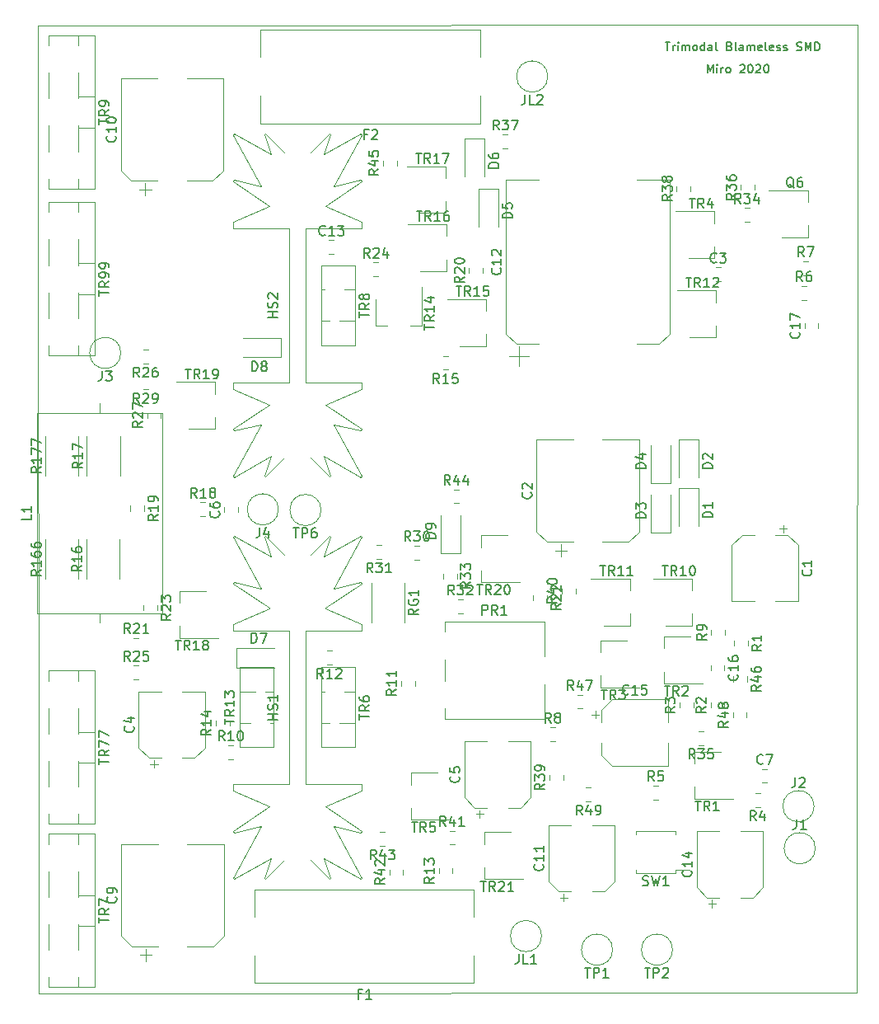
<source format=gto>
%TF.GenerationSoftware,KiCad,Pcbnew,5.1.5-52549c5~84~ubuntu18.04.1*%
%TF.CreationDate,2020-03-16T18:49:37+13:00*%
%TF.ProjectId,Trimodal SMD,5472696d-6f64-4616-9c20-534d442e6b69,rev?*%
%TF.SameCoordinates,Original*%
%TF.FileFunction,Legend,Top*%
%TF.FilePolarity,Positive*%
%FSLAX46Y46*%
G04 Gerber Fmt 4.6, Leading zero omitted, Abs format (unit mm)*
G04 Created by KiCad (PCBNEW 5.1.5-52549c5~84~ubuntu18.04.1) date 2020-03-16 18:49:37*
%MOMM*%
%LPD*%
G04 APERTURE LIST*
%ADD10C,0.152400*%
%ADD11C,0.100000*%
%ADD12C,0.120000*%
%ADD13C,0.150000*%
G04 APERTURE END LIST*
D10*
X131050090Y-37093676D02*
X131050090Y-36230076D01*
X131337957Y-36846933D01*
X131625823Y-36230076D01*
X131625823Y-37093676D01*
X132037061Y-37093676D02*
X132037061Y-36517942D01*
X132037061Y-36230076D02*
X131995938Y-36271200D01*
X132037061Y-36312323D01*
X132078185Y-36271200D01*
X132037061Y-36230076D01*
X132037061Y-36312323D01*
X132448300Y-37093676D02*
X132448300Y-36517942D01*
X132448300Y-36682438D02*
X132489423Y-36600190D01*
X132530547Y-36559066D01*
X132612795Y-36517942D01*
X132695042Y-36517942D01*
X133106280Y-37093676D02*
X133024033Y-37052552D01*
X132982909Y-37011428D01*
X132941785Y-36929180D01*
X132941785Y-36682438D01*
X132982909Y-36600190D01*
X133024033Y-36559066D01*
X133106280Y-36517942D01*
X133229652Y-36517942D01*
X133311900Y-36559066D01*
X133353023Y-36600190D01*
X133394147Y-36682438D01*
X133394147Y-36929180D01*
X133353023Y-37011428D01*
X133311900Y-37052552D01*
X133229652Y-37093676D01*
X133106280Y-37093676D01*
X134381119Y-36312323D02*
X134422242Y-36271200D01*
X134504490Y-36230076D01*
X134710109Y-36230076D01*
X134792357Y-36271200D01*
X134833480Y-36312323D01*
X134874604Y-36394571D01*
X134874604Y-36476819D01*
X134833480Y-36600190D01*
X134339995Y-37093676D01*
X134874604Y-37093676D01*
X135409214Y-36230076D02*
X135491461Y-36230076D01*
X135573709Y-36271200D01*
X135614833Y-36312323D01*
X135655957Y-36394571D01*
X135697080Y-36559066D01*
X135697080Y-36764685D01*
X135655957Y-36929180D01*
X135614833Y-37011428D01*
X135573709Y-37052552D01*
X135491461Y-37093676D01*
X135409214Y-37093676D01*
X135326966Y-37052552D01*
X135285842Y-37011428D01*
X135244719Y-36929180D01*
X135203595Y-36764685D01*
X135203595Y-36559066D01*
X135244719Y-36394571D01*
X135285842Y-36312323D01*
X135326966Y-36271200D01*
X135409214Y-36230076D01*
X136026071Y-36312323D02*
X136067195Y-36271200D01*
X136149442Y-36230076D01*
X136355061Y-36230076D01*
X136437309Y-36271200D01*
X136478433Y-36312323D01*
X136519557Y-36394571D01*
X136519557Y-36476819D01*
X136478433Y-36600190D01*
X135984947Y-37093676D01*
X136519557Y-37093676D01*
X137054166Y-36230076D02*
X137136414Y-36230076D01*
X137218661Y-36271200D01*
X137259785Y-36312323D01*
X137300909Y-36394571D01*
X137342033Y-36559066D01*
X137342033Y-36764685D01*
X137300909Y-36929180D01*
X137259785Y-37011428D01*
X137218661Y-37052552D01*
X137136414Y-37093676D01*
X137054166Y-37093676D01*
X136971919Y-37052552D01*
X136930795Y-37011428D01*
X136889671Y-36929180D01*
X136848547Y-36764685D01*
X136848547Y-36559066D01*
X136889671Y-36394571D01*
X136930795Y-36312323D01*
X136971919Y-36271200D01*
X137054166Y-36230076D01*
X126705480Y-33944076D02*
X127198966Y-33944076D01*
X126952223Y-34807676D02*
X126952223Y-33944076D01*
X127486833Y-34807676D02*
X127486833Y-34231942D01*
X127486833Y-34396438D02*
X127527957Y-34314190D01*
X127569080Y-34273066D01*
X127651328Y-34231942D01*
X127733576Y-34231942D01*
X128021442Y-34807676D02*
X128021442Y-34231942D01*
X128021442Y-33944076D02*
X127980319Y-33985200D01*
X128021442Y-34026323D01*
X128062566Y-33985200D01*
X128021442Y-33944076D01*
X128021442Y-34026323D01*
X128432680Y-34807676D02*
X128432680Y-34231942D01*
X128432680Y-34314190D02*
X128473804Y-34273066D01*
X128556052Y-34231942D01*
X128679423Y-34231942D01*
X128761671Y-34273066D01*
X128802795Y-34355314D01*
X128802795Y-34807676D01*
X128802795Y-34355314D02*
X128843919Y-34273066D01*
X128926166Y-34231942D01*
X129049538Y-34231942D01*
X129131785Y-34273066D01*
X129172909Y-34355314D01*
X129172909Y-34807676D01*
X129707519Y-34807676D02*
X129625271Y-34766552D01*
X129584147Y-34725428D01*
X129543023Y-34643180D01*
X129543023Y-34396438D01*
X129584147Y-34314190D01*
X129625271Y-34273066D01*
X129707519Y-34231942D01*
X129830890Y-34231942D01*
X129913138Y-34273066D01*
X129954261Y-34314190D01*
X129995385Y-34396438D01*
X129995385Y-34643180D01*
X129954261Y-34725428D01*
X129913138Y-34766552D01*
X129830890Y-34807676D01*
X129707519Y-34807676D01*
X130735614Y-34807676D02*
X130735614Y-33944076D01*
X130735614Y-34766552D02*
X130653366Y-34807676D01*
X130488871Y-34807676D01*
X130406623Y-34766552D01*
X130365500Y-34725428D01*
X130324376Y-34643180D01*
X130324376Y-34396438D01*
X130365500Y-34314190D01*
X130406623Y-34273066D01*
X130488871Y-34231942D01*
X130653366Y-34231942D01*
X130735614Y-34273066D01*
X131516966Y-34807676D02*
X131516966Y-34355314D01*
X131475842Y-34273066D01*
X131393595Y-34231942D01*
X131229100Y-34231942D01*
X131146852Y-34273066D01*
X131516966Y-34766552D02*
X131434719Y-34807676D01*
X131229100Y-34807676D01*
X131146852Y-34766552D01*
X131105728Y-34684304D01*
X131105728Y-34602057D01*
X131146852Y-34519809D01*
X131229100Y-34478685D01*
X131434719Y-34478685D01*
X131516966Y-34437561D01*
X132051576Y-34807676D02*
X131969328Y-34766552D01*
X131928204Y-34684304D01*
X131928204Y-33944076D01*
X133326414Y-34355314D02*
X133449785Y-34396438D01*
X133490909Y-34437561D01*
X133532033Y-34519809D01*
X133532033Y-34643180D01*
X133490909Y-34725428D01*
X133449785Y-34766552D01*
X133367538Y-34807676D01*
X133038547Y-34807676D01*
X133038547Y-33944076D01*
X133326414Y-33944076D01*
X133408661Y-33985200D01*
X133449785Y-34026323D01*
X133490909Y-34108571D01*
X133490909Y-34190819D01*
X133449785Y-34273066D01*
X133408661Y-34314190D01*
X133326414Y-34355314D01*
X133038547Y-34355314D01*
X134025519Y-34807676D02*
X133943271Y-34766552D01*
X133902147Y-34684304D01*
X133902147Y-33944076D01*
X134724623Y-34807676D02*
X134724623Y-34355314D01*
X134683500Y-34273066D01*
X134601252Y-34231942D01*
X134436757Y-34231942D01*
X134354509Y-34273066D01*
X134724623Y-34766552D02*
X134642376Y-34807676D01*
X134436757Y-34807676D01*
X134354509Y-34766552D01*
X134313385Y-34684304D01*
X134313385Y-34602057D01*
X134354509Y-34519809D01*
X134436757Y-34478685D01*
X134642376Y-34478685D01*
X134724623Y-34437561D01*
X135135861Y-34807676D02*
X135135861Y-34231942D01*
X135135861Y-34314190D02*
X135176985Y-34273066D01*
X135259233Y-34231942D01*
X135382604Y-34231942D01*
X135464852Y-34273066D01*
X135505976Y-34355314D01*
X135505976Y-34807676D01*
X135505976Y-34355314D02*
X135547100Y-34273066D01*
X135629347Y-34231942D01*
X135752719Y-34231942D01*
X135834966Y-34273066D01*
X135876090Y-34355314D01*
X135876090Y-34807676D01*
X136616319Y-34766552D02*
X136534071Y-34807676D01*
X136369576Y-34807676D01*
X136287328Y-34766552D01*
X136246204Y-34684304D01*
X136246204Y-34355314D01*
X136287328Y-34273066D01*
X136369576Y-34231942D01*
X136534071Y-34231942D01*
X136616319Y-34273066D01*
X136657442Y-34355314D01*
X136657442Y-34437561D01*
X136246204Y-34519809D01*
X137150928Y-34807676D02*
X137068680Y-34766552D01*
X137027557Y-34684304D01*
X137027557Y-33944076D01*
X137808909Y-34766552D02*
X137726661Y-34807676D01*
X137562166Y-34807676D01*
X137479919Y-34766552D01*
X137438795Y-34684304D01*
X137438795Y-34355314D01*
X137479919Y-34273066D01*
X137562166Y-34231942D01*
X137726661Y-34231942D01*
X137808909Y-34273066D01*
X137850033Y-34355314D01*
X137850033Y-34437561D01*
X137438795Y-34519809D01*
X138179023Y-34766552D02*
X138261271Y-34807676D01*
X138425766Y-34807676D01*
X138508014Y-34766552D01*
X138549138Y-34684304D01*
X138549138Y-34643180D01*
X138508014Y-34560933D01*
X138425766Y-34519809D01*
X138302395Y-34519809D01*
X138220147Y-34478685D01*
X138179023Y-34396438D01*
X138179023Y-34355314D01*
X138220147Y-34273066D01*
X138302395Y-34231942D01*
X138425766Y-34231942D01*
X138508014Y-34273066D01*
X138878128Y-34766552D02*
X138960376Y-34807676D01*
X139124871Y-34807676D01*
X139207119Y-34766552D01*
X139248242Y-34684304D01*
X139248242Y-34643180D01*
X139207119Y-34560933D01*
X139124871Y-34519809D01*
X139001500Y-34519809D01*
X138919252Y-34478685D01*
X138878128Y-34396438D01*
X138878128Y-34355314D01*
X138919252Y-34273066D01*
X139001500Y-34231942D01*
X139124871Y-34231942D01*
X139207119Y-34273066D01*
X140235214Y-34766552D02*
X140358585Y-34807676D01*
X140564204Y-34807676D01*
X140646452Y-34766552D01*
X140687576Y-34725428D01*
X140728700Y-34643180D01*
X140728700Y-34560933D01*
X140687576Y-34478685D01*
X140646452Y-34437561D01*
X140564204Y-34396438D01*
X140399709Y-34355314D01*
X140317461Y-34314190D01*
X140276338Y-34273066D01*
X140235214Y-34190819D01*
X140235214Y-34108571D01*
X140276338Y-34026323D01*
X140317461Y-33985200D01*
X140399709Y-33944076D01*
X140605328Y-33944076D01*
X140728700Y-33985200D01*
X141098814Y-34807676D02*
X141098814Y-33944076D01*
X141386680Y-34560933D01*
X141674547Y-33944076D01*
X141674547Y-34807676D01*
X142085785Y-34807676D02*
X142085785Y-33944076D01*
X142291404Y-33944076D01*
X142414776Y-33985200D01*
X142497023Y-34067447D01*
X142538147Y-34149695D01*
X142579271Y-34314190D01*
X142579271Y-34437561D01*
X142538147Y-34602057D01*
X142497023Y-34684304D01*
X142414776Y-34766552D01*
X142291404Y-34807676D01*
X142085785Y-34807676D01*
D11*
X146494500Y-32131000D02*
X146367500Y-131572000D01*
X62230000Y-32194500D02*
X146494500Y-32131000D01*
X62293500Y-131635500D02*
X62230000Y-32194500D01*
X146367500Y-131572000D02*
X62293500Y-131635500D01*
D12*
X91790000Y-112425000D02*
X95510000Y-114925000D01*
X95510000Y-114925000D02*
X95450000Y-115105000D01*
X95450000Y-115105000D02*
X92650000Y-114445000D01*
X92650000Y-114445000D02*
X95530000Y-119745000D01*
X95410000Y-119865000D02*
X91640000Y-117715000D01*
X92320000Y-119765000D02*
X92170000Y-119855000D01*
X91640000Y-117715000D02*
X92320000Y-119765000D01*
X92170000Y-119855000D02*
X90280000Y-117895000D01*
X95530000Y-119745000D02*
X95410000Y-119865000D01*
X82300000Y-110805000D02*
X86010000Y-112415000D01*
X88050000Y-110135000D02*
X82300000Y-110135000D01*
X82300000Y-110135000D02*
X82300000Y-110805000D01*
X85150000Y-114445000D02*
X82270000Y-119745000D01*
X82290000Y-114925000D02*
X82350000Y-115105000D01*
X82350000Y-115105000D02*
X85150000Y-114445000D01*
X86010000Y-112425000D02*
X82290000Y-114925000D01*
X85630000Y-119855000D02*
X87520000Y-117895000D01*
X82390000Y-119865000D02*
X86160000Y-117715000D01*
X85480000Y-119765000D02*
X85630000Y-119855000D01*
X82270000Y-119745000D02*
X82390000Y-119865000D01*
X86160000Y-117715000D02*
X85480000Y-119765000D01*
X88050000Y-102235000D02*
X88050000Y-110135000D01*
X89750000Y-110135000D02*
X95500000Y-110135000D01*
X95500000Y-110135000D02*
X95500000Y-110805000D01*
X95500000Y-110805000D02*
X91790000Y-112415000D01*
X89750000Y-102235000D02*
X89750000Y-110135000D01*
X82350000Y-89365000D02*
X85150000Y-90025000D01*
X82290000Y-89545000D02*
X82350000Y-89365000D01*
X86010000Y-92045000D02*
X82290000Y-89545000D01*
X85150000Y-90025000D02*
X82270000Y-84725000D01*
X85630000Y-84615000D02*
X87520000Y-86575000D01*
X86160000Y-86755000D02*
X85480000Y-84705000D01*
X82390000Y-84605000D02*
X86160000Y-86755000D01*
X82270000Y-84725000D02*
X82390000Y-84605000D01*
X85480000Y-84705000D02*
X85630000Y-84615000D01*
X82300000Y-93665000D02*
X86010000Y-92055000D01*
X88050000Y-102235000D02*
X88050000Y-94335000D01*
X88050000Y-94335000D02*
X82300000Y-94335000D01*
X82300000Y-94335000D02*
X82300000Y-93665000D01*
X89750000Y-102235000D02*
X89750000Y-94335000D01*
X89750000Y-94335000D02*
X95500000Y-94335000D01*
X95500000Y-94335000D02*
X95500000Y-93665000D01*
X95500000Y-93665000D02*
X91790000Y-92055000D01*
X91790000Y-92045000D02*
X95510000Y-89545000D01*
X95510000Y-89545000D02*
X95450000Y-89365000D01*
X95450000Y-89365000D02*
X92650000Y-90025000D01*
X92650000Y-90025000D02*
X95530000Y-84725000D01*
X95530000Y-84725000D02*
X95410000Y-84605000D01*
X95410000Y-84605000D02*
X91640000Y-86755000D01*
X91640000Y-86755000D02*
X92320000Y-84705000D01*
X92320000Y-84705000D02*
X92170000Y-84615000D01*
X92170000Y-84615000D02*
X90280000Y-86575000D01*
X81333000Y-116278500D02*
X77583000Y-116278500D01*
X70813000Y-116278500D02*
X74563000Y-116278500D01*
X70813000Y-125734063D02*
X70813000Y-116278500D01*
X81333000Y-125734063D02*
X81333000Y-116278500D01*
X80268563Y-126798500D02*
X77583000Y-126798500D01*
X71877437Y-126798500D02*
X74563000Y-126798500D01*
X71877437Y-126798500D02*
X70813000Y-125734063D01*
X80268563Y-126798500D02*
X81333000Y-125734063D01*
X73313000Y-128288500D02*
X73313000Y-127038500D01*
X72688000Y-127663500D02*
X73938000Y-127663500D01*
X74497000Y-91767922D02*
X74497000Y-92285078D01*
X73077000Y-91767922D02*
X73077000Y-92285078D01*
X133559500Y-91363500D02*
X135909500Y-91363500D01*
X140379500Y-91363500D02*
X138029500Y-91363500D01*
X140379500Y-85607937D02*
X140379500Y-91363500D01*
X133559500Y-85607937D02*
X133559500Y-91363500D01*
X134623937Y-84543500D02*
X135909500Y-84543500D01*
X139315063Y-84543500D02*
X138029500Y-84543500D01*
X139315063Y-84543500D02*
X140379500Y-85607937D01*
X134623937Y-84543500D02*
X133559500Y-85607937D01*
X138817000Y-83516000D02*
X138817000Y-84303500D01*
X139210750Y-83909750D02*
X138423250Y-83909750D01*
X124005000Y-74750000D02*
X120255000Y-74750000D01*
X113485000Y-74750000D02*
X117235000Y-74750000D01*
X113485000Y-84205563D02*
X113485000Y-74750000D01*
X124005000Y-84205563D02*
X124005000Y-74750000D01*
X122940563Y-85270000D02*
X120255000Y-85270000D01*
X114549437Y-85270000D02*
X117235000Y-85270000D01*
X114549437Y-85270000D02*
X113485000Y-84205563D01*
X122940563Y-85270000D02*
X124005000Y-84205563D01*
X115985000Y-86760000D02*
X115985000Y-85510000D01*
X115360000Y-86135000D02*
X116610000Y-86135000D01*
X79419500Y-100609000D02*
X77069500Y-100609000D01*
X72599500Y-100609000D02*
X74949500Y-100609000D01*
X72599500Y-106364563D02*
X72599500Y-100609000D01*
X79419500Y-106364563D02*
X79419500Y-100609000D01*
X78355063Y-107429000D02*
X77069500Y-107429000D01*
X73663937Y-107429000D02*
X74949500Y-107429000D01*
X73663937Y-107429000D02*
X72599500Y-106364563D01*
X78355063Y-107429000D02*
X79419500Y-106364563D01*
X74162000Y-108456500D02*
X74162000Y-107669000D01*
X73768250Y-108062750D02*
X74555750Y-108062750D01*
X112884000Y-105746500D02*
X110534000Y-105746500D01*
X106064000Y-105746500D02*
X108414000Y-105746500D01*
X106064000Y-111502063D02*
X106064000Y-105746500D01*
X112884000Y-111502063D02*
X112884000Y-105746500D01*
X111819563Y-112566500D02*
X110534000Y-112566500D01*
X107128437Y-112566500D02*
X108414000Y-112566500D01*
X107128437Y-112566500D02*
X106064000Y-111502063D01*
X111819563Y-112566500D02*
X112884000Y-111502063D01*
X107626500Y-113594000D02*
X107626500Y-112806500D01*
X107232750Y-113200250D02*
X108020250Y-113200250D01*
X72624500Y-49051500D02*
X73874500Y-49051500D01*
X73249500Y-49676500D02*
X73249500Y-48426500D01*
X80205063Y-48186500D02*
X81269500Y-47122063D01*
X71813937Y-48186500D02*
X70749500Y-47122063D01*
X71813937Y-48186500D02*
X74499500Y-48186500D01*
X80205063Y-48186500D02*
X77519500Y-48186500D01*
X81269500Y-47122063D02*
X81269500Y-37666500D01*
X70749500Y-47122063D02*
X70749500Y-37666500D01*
X70749500Y-37666500D02*
X74499500Y-37666500D01*
X81269500Y-37666500D02*
X77519500Y-37666500D01*
X115868750Y-121778750D02*
X116656250Y-121778750D01*
X116262500Y-122172500D02*
X116262500Y-121385000D01*
X120455563Y-121145000D02*
X121520000Y-120080563D01*
X115764437Y-121145000D02*
X114700000Y-120080563D01*
X115764437Y-121145000D02*
X117050000Y-121145000D01*
X120455563Y-121145000D02*
X119170000Y-121145000D01*
X121520000Y-120080563D02*
X121520000Y-114325000D01*
X114700000Y-120080563D02*
X114700000Y-114325000D01*
X114700000Y-114325000D02*
X117050000Y-114325000D01*
X121520000Y-114325000D02*
X119170000Y-114325000D01*
X127155000Y-48105000D02*
X123805000Y-48105000D01*
X110335000Y-48105000D02*
X113685000Y-48105000D01*
X110335000Y-63860563D02*
X110335000Y-48105000D01*
X127155000Y-63860563D02*
X127155000Y-48105000D01*
X126090563Y-64925000D02*
X123805000Y-64925000D01*
X111399437Y-64925000D02*
X113685000Y-64925000D01*
X111399437Y-64925000D02*
X110335000Y-63860563D01*
X126090563Y-64925000D02*
X127155000Y-63860563D01*
X111685000Y-67165000D02*
X111685000Y-65165000D01*
X110685000Y-66165000D02*
X112685000Y-66165000D01*
X131108750Y-122413750D02*
X131896250Y-122413750D01*
X131502500Y-122807500D02*
X131502500Y-122020000D01*
X135695563Y-121780000D02*
X136760000Y-120715563D01*
X131004437Y-121780000D02*
X129940000Y-120715563D01*
X131004437Y-121780000D02*
X132290000Y-121780000D01*
X135695563Y-121780000D02*
X134410000Y-121780000D01*
X136760000Y-120715563D02*
X136760000Y-114960000D01*
X129940000Y-120715563D02*
X129940000Y-114960000D01*
X129940000Y-114960000D02*
X132290000Y-114960000D01*
X136760000Y-114960000D02*
X134410000Y-114960000D01*
X119521250Y-102597250D02*
X119521250Y-103384750D01*
X119127500Y-102991000D02*
X119915000Y-102991000D01*
X120155000Y-107184063D02*
X121219437Y-108248500D01*
X120155000Y-102492937D02*
X121219437Y-101428500D01*
X120155000Y-102492937D02*
X120155000Y-103778500D01*
X120155000Y-107184063D02*
X120155000Y-105898500D01*
X121219437Y-108248500D02*
X126975000Y-108248500D01*
X121219437Y-101428500D02*
X126975000Y-101428500D01*
X126975000Y-101428500D02*
X126975000Y-103778500D01*
X126975000Y-108248500D02*
X126975000Y-105898500D01*
X130095500Y-79727500D02*
X128095500Y-79727500D01*
X128095500Y-79727500D02*
X128095500Y-83627500D01*
X130095500Y-79727500D02*
X130095500Y-83627500D01*
X130095500Y-74713000D02*
X128095500Y-74713000D01*
X128095500Y-74713000D02*
X128095500Y-78613000D01*
X130095500Y-74713000D02*
X130095500Y-78613000D01*
X125238000Y-84291000D02*
X125238000Y-80391000D01*
X127238000Y-84291000D02*
X127238000Y-80391000D01*
X125238000Y-84291000D02*
X127238000Y-84291000D01*
X125238000Y-79212000D02*
X127238000Y-79212000D01*
X127238000Y-79212000D02*
X127238000Y-75312000D01*
X125238000Y-79212000D02*
X125238000Y-75312000D01*
X109521500Y-48993500D02*
X109521500Y-52893500D01*
X107521500Y-48993500D02*
X107521500Y-52893500D01*
X109521500Y-48993500D02*
X107521500Y-48993500D01*
X108124500Y-43852000D02*
X108124500Y-47752000D01*
X106124500Y-43852000D02*
X106124500Y-47752000D01*
X108124500Y-43852000D02*
X106124500Y-43852000D01*
X82650500Y-96155000D02*
X86550500Y-96155000D01*
X82650500Y-98155000D02*
X86550500Y-98155000D01*
X82650500Y-96155000D02*
X82650500Y-98155000D01*
X87214000Y-66278000D02*
X87214000Y-64278000D01*
X87214000Y-64278000D02*
X83314000Y-64278000D01*
X87214000Y-66278000D02*
X83314000Y-66278000D01*
X103648000Y-86388500D02*
X105648000Y-86388500D01*
X105648000Y-86388500D02*
X105648000Y-82488500D01*
X103648000Y-86388500D02*
X103648000Y-82488500D01*
X84455000Y-120930000D02*
X84455000Y-123730000D01*
X84455000Y-127730000D02*
X84455000Y-130530000D01*
X107055000Y-127730000D02*
X107055000Y-130530000D01*
X107055000Y-130530000D02*
X84455000Y-130530000D01*
X107055000Y-120930000D02*
X84455000Y-120930000D01*
X107055000Y-120930000D02*
X107055000Y-123730000D01*
X107690000Y-32665000D02*
X107690000Y-35465000D01*
X107690000Y-32665000D02*
X85090000Y-32665000D01*
X107690000Y-42265000D02*
X85090000Y-42265000D01*
X107690000Y-39465000D02*
X107690000Y-42265000D01*
X85090000Y-39465000D02*
X85090000Y-42265000D01*
X85090000Y-32665000D02*
X85090000Y-35465000D01*
X92170000Y-43340000D02*
X90280000Y-45300000D01*
X92320000Y-43430000D02*
X92170000Y-43340000D01*
X91640000Y-45480000D02*
X92320000Y-43430000D01*
X95410000Y-43330000D02*
X91640000Y-45480000D01*
X95530000Y-43450000D02*
X95410000Y-43330000D01*
X92650000Y-48750000D02*
X95530000Y-43450000D01*
X95450000Y-48090000D02*
X92650000Y-48750000D01*
X95510000Y-48270000D02*
X95450000Y-48090000D01*
X91790000Y-50770000D02*
X95510000Y-48270000D01*
X95500000Y-52390000D02*
X91790000Y-50780000D01*
X95500000Y-53060000D02*
X95500000Y-52390000D01*
X89750000Y-53060000D02*
X95500000Y-53060000D01*
X89750000Y-60960000D02*
X89750000Y-53060000D01*
X82300000Y-53060000D02*
X82300000Y-52390000D01*
X88050000Y-53060000D02*
X82300000Y-53060000D01*
X88050000Y-60960000D02*
X88050000Y-53060000D01*
X82300000Y-52390000D02*
X86010000Y-50780000D01*
X85480000Y-43430000D02*
X85630000Y-43340000D01*
X82270000Y-43450000D02*
X82390000Y-43330000D01*
X82390000Y-43330000D02*
X86160000Y-45480000D01*
X86160000Y-45480000D02*
X85480000Y-43430000D01*
X85630000Y-43340000D02*
X87520000Y-45300000D01*
X85150000Y-48750000D02*
X82270000Y-43450000D01*
X86010000Y-50770000D02*
X82290000Y-48270000D01*
X82290000Y-48270000D02*
X82350000Y-48090000D01*
X82350000Y-48090000D02*
X85150000Y-48750000D01*
X89750000Y-60960000D02*
X89750000Y-68860000D01*
X95500000Y-69530000D02*
X91790000Y-71140000D01*
X95500000Y-68860000D02*
X95500000Y-69530000D01*
X89750000Y-68860000D02*
X95500000Y-68860000D01*
X88050000Y-60960000D02*
X88050000Y-68860000D01*
X86160000Y-76440000D02*
X85480000Y-78490000D01*
X82270000Y-78470000D02*
X82390000Y-78590000D01*
X85480000Y-78490000D02*
X85630000Y-78580000D01*
X82390000Y-78590000D02*
X86160000Y-76440000D01*
X85630000Y-78580000D02*
X87520000Y-76620000D01*
X86010000Y-71150000D02*
X82290000Y-73650000D01*
X82350000Y-73830000D02*
X85150000Y-73170000D01*
X82290000Y-73650000D02*
X82350000Y-73830000D01*
X85150000Y-73170000D02*
X82270000Y-78470000D01*
X82300000Y-68860000D02*
X82300000Y-69530000D01*
X88050000Y-68860000D02*
X82300000Y-68860000D01*
X82300000Y-69530000D02*
X86010000Y-71140000D01*
X95530000Y-78470000D02*
X95410000Y-78590000D01*
X92170000Y-78580000D02*
X90280000Y-76620000D01*
X91640000Y-76440000D02*
X92320000Y-78490000D01*
X92320000Y-78490000D02*
X92170000Y-78580000D01*
X95410000Y-78590000D02*
X91640000Y-76440000D01*
X92650000Y-73170000D02*
X95530000Y-78470000D01*
X95450000Y-73830000D02*
X92650000Y-73170000D01*
X95510000Y-73650000D02*
X95450000Y-73830000D01*
X91790000Y-71150000D02*
X95510000Y-73650000D01*
X142126281Y-116713000D02*
G75*
G03X142126281Y-116713000I-1600781J0D01*
G01*
X141999281Y-112395000D02*
G75*
G03X141999281Y-112395000I-1600781J0D01*
G01*
X70752281Y-65849500D02*
G75*
G03X70752281Y-65849500I-1600781J0D01*
G01*
X86944781Y-81915000D02*
G75*
G03X86944781Y-81915000I-1600781J0D01*
G01*
X113995781Y-125730000D02*
G75*
G03X113995781Y-125730000I-1600781J0D01*
G01*
X114630781Y-37465000D02*
G75*
G03X114630781Y-37465000I-1600781J0D01*
G01*
X62110000Y-92576000D02*
X75050000Y-92576000D01*
X75050000Y-92576000D02*
X75050000Y-72016000D01*
X75050000Y-72016000D02*
X62110000Y-72016000D01*
X62110000Y-72016000D02*
X62110000Y-92576000D01*
X68580000Y-93556000D02*
X68580000Y-92576000D01*
X68580000Y-71036000D02*
X68580000Y-72016000D01*
X104020000Y-93404000D02*
X114260000Y-93404000D01*
X104020000Y-103445000D02*
X114260000Y-103445000D01*
X104020000Y-93404000D02*
X104020000Y-94499000D01*
X104020000Y-97351000D02*
X104020000Y-99500000D01*
X104020000Y-102350000D02*
X104020000Y-103445000D01*
X114260000Y-93404000D02*
X114260000Y-97000000D01*
X114260000Y-99850000D02*
X114260000Y-103445000D01*
X141353000Y-52762000D02*
X141353000Y-53962000D01*
X141353000Y-53962000D02*
X138653000Y-53962000D01*
X137353000Y-49162000D02*
X141353000Y-49162000D01*
X141353000Y-49162000D02*
X141353000Y-50362000D01*
X99944500Y-89430436D02*
X99944500Y-93534564D01*
X96524500Y-89430436D02*
X96524500Y-93534564D01*
X91326281Y-81978500D02*
G75*
G03X91326281Y-81978500I-1600781J0D01*
G01*
X129728500Y-111620000D02*
X129728500Y-110420000D01*
X133728500Y-111620000D02*
X129728500Y-111620000D01*
X129728500Y-106820000D02*
X132428500Y-106820000D01*
X129728500Y-108020000D02*
X129728500Y-106820000D01*
X126553500Y-99785000D02*
X126553500Y-98585000D01*
X130553500Y-99785000D02*
X126553500Y-99785000D01*
X126553500Y-94985000D02*
X129253500Y-94985000D01*
X126553500Y-96185000D02*
X126553500Y-94985000D01*
X120076500Y-96590000D02*
X120076500Y-95390000D01*
X120076500Y-95390000D02*
X122776500Y-95390000D01*
X124076500Y-100190000D02*
X120076500Y-100190000D01*
X120076500Y-100190000D02*
X120076500Y-98990000D01*
X131777200Y-54921000D02*
X131777200Y-56121000D01*
X131777200Y-56121000D02*
X129077200Y-56121000D01*
X127777200Y-51321000D02*
X131777200Y-51321000D01*
X131777200Y-51321000D02*
X131777200Y-52521000D01*
X100582000Y-110179000D02*
X100582000Y-108979000D01*
X100582000Y-108979000D02*
X103282000Y-108979000D01*
X104582000Y-113779000D02*
X100582000Y-113779000D01*
X100582000Y-113779000D02*
X100582000Y-112579000D01*
X92170000Y-103836000D02*
X91340000Y-103836000D01*
X94830000Y-103836000D02*
X93250000Y-103836000D01*
X91660000Y-100635000D02*
X91340000Y-100635000D01*
X94830000Y-100635000D02*
X93760000Y-100635000D01*
X94830000Y-106355000D02*
X91340000Y-106355000D01*
X94830000Y-98115000D02*
X91340000Y-98115000D01*
X91340000Y-98115000D02*
X91340000Y-106355000D01*
X94830000Y-98115000D02*
X94830000Y-106355000D01*
X68080500Y-115245500D02*
X68080500Y-130985500D01*
X63340500Y-115245500D02*
X63340500Y-116265500D01*
X63340500Y-119065500D02*
X63340500Y-121716500D01*
X63340500Y-124515500D02*
X63340500Y-127165500D01*
X63340500Y-129965500D02*
X63340500Y-130985500D01*
X68080500Y-115245500D02*
X63340500Y-115245500D01*
X68080500Y-130985500D02*
X63340500Y-130985500D01*
X66340500Y-115245500D02*
X66340500Y-116265500D01*
X66340500Y-119065500D02*
X66340500Y-121716500D01*
X66340500Y-124515500D02*
X66340500Y-127165500D01*
X66340500Y-129965500D02*
X66340500Y-130985500D01*
X68080500Y-121515500D02*
X66340500Y-121515500D01*
X68080500Y-124716500D02*
X66340500Y-124716500D01*
X94830000Y-56840000D02*
X94830000Y-65080000D01*
X91340000Y-56840000D02*
X91340000Y-65080000D01*
X94830000Y-56840000D02*
X91340000Y-56840000D01*
X94830000Y-65080000D02*
X91340000Y-65080000D01*
X94830000Y-59360000D02*
X93760000Y-59360000D01*
X91660000Y-59360000D02*
X91340000Y-59360000D01*
X94830000Y-62561000D02*
X93250000Y-62561000D01*
X92170000Y-62561000D02*
X91340000Y-62561000D01*
X68080500Y-33225500D02*
X68080500Y-48965500D01*
X63340500Y-33225500D02*
X63340500Y-34245500D01*
X63340500Y-37045500D02*
X63340500Y-39696500D01*
X63340500Y-42495500D02*
X63340500Y-45145500D01*
X63340500Y-47945500D02*
X63340500Y-48965500D01*
X68080500Y-33225500D02*
X63340500Y-33225500D01*
X68080500Y-48965500D02*
X63340500Y-48965500D01*
X66340500Y-33225500D02*
X66340500Y-34245500D01*
X66340500Y-37045500D02*
X66340500Y-39696500D01*
X66340500Y-42495500D02*
X66340500Y-45145500D01*
X66340500Y-47945500D02*
X66340500Y-48965500D01*
X68080500Y-39495500D02*
X66340500Y-39495500D01*
X68080500Y-42696500D02*
X66340500Y-42696500D01*
X129478500Y-92640000D02*
X129478500Y-93840000D01*
X129478500Y-93840000D02*
X126778500Y-93840000D01*
X125478500Y-89040000D02*
X129478500Y-89040000D01*
X129478500Y-89040000D02*
X129478500Y-90240000D01*
X123065000Y-89040000D02*
X123065000Y-90240000D01*
X119065000Y-89040000D02*
X123065000Y-89040000D01*
X123065000Y-93840000D02*
X120365000Y-93840000D01*
X123065000Y-92640000D02*
X123065000Y-93840000D01*
X131891500Y-59449000D02*
X131891500Y-60649000D01*
X127891500Y-59449000D02*
X131891500Y-59449000D01*
X131891500Y-64249000D02*
X129191500Y-64249000D01*
X131891500Y-63049000D02*
X131891500Y-64249000D01*
X82970000Y-106355000D02*
X82970000Y-98115000D01*
X86460000Y-106355000D02*
X86460000Y-98115000D01*
X82970000Y-106355000D02*
X86460000Y-106355000D01*
X82970000Y-98115000D02*
X86460000Y-98115000D01*
X82970000Y-103835000D02*
X84040000Y-103835000D01*
X86140000Y-103835000D02*
X86460000Y-103835000D01*
X82970000Y-100634000D02*
X84550000Y-100634000D01*
X85630000Y-100634000D02*
X86460000Y-100634000D01*
X101714000Y-63057500D02*
X100514000Y-63057500D01*
X101714000Y-59057500D02*
X101714000Y-63057500D01*
X96914000Y-63057500D02*
X96914000Y-60357500D01*
X98114000Y-63057500D02*
X96914000Y-63057500D01*
X108269500Y-63938000D02*
X108269500Y-65138000D01*
X108269500Y-65138000D02*
X105569500Y-65138000D01*
X104269500Y-60338000D02*
X108269500Y-60338000D01*
X108269500Y-60338000D02*
X108269500Y-61538000D01*
X104205500Y-56254500D02*
X104205500Y-57454500D01*
X104205500Y-57454500D02*
X101505500Y-57454500D01*
X100205500Y-52654500D02*
X104205500Y-52654500D01*
X104205500Y-52654500D02*
X104205500Y-53854500D01*
X104142000Y-50285500D02*
X104142000Y-51485500D01*
X104142000Y-51485500D02*
X101442000Y-51485500D01*
X100142000Y-46685500D02*
X104142000Y-46685500D01*
X104142000Y-46685500D02*
X104142000Y-47885500D01*
X76769500Y-91510000D02*
X76769500Y-90310000D01*
X76769500Y-90310000D02*
X79469500Y-90310000D01*
X80769500Y-95110000D02*
X76769500Y-95110000D01*
X76769500Y-95110000D02*
X76769500Y-93910000D01*
X80456500Y-68847000D02*
X80456500Y-70047000D01*
X76456500Y-68847000D02*
X80456500Y-68847000D01*
X80456500Y-73647000D02*
X77756500Y-73647000D01*
X80456500Y-72447000D02*
X80456500Y-73647000D01*
X107757500Y-89395000D02*
X107757500Y-88195000D01*
X111757500Y-89395000D02*
X107757500Y-89395000D01*
X107757500Y-84595000D02*
X110457500Y-84595000D01*
X107757500Y-85795000D02*
X107757500Y-84595000D01*
X108138500Y-119875000D02*
X108138500Y-118675000D01*
X112138500Y-119875000D02*
X108138500Y-119875000D01*
X108138500Y-115075000D02*
X110838500Y-115075000D01*
X108138500Y-116275000D02*
X108138500Y-115075000D01*
X68080500Y-59841500D02*
X66340500Y-59841500D01*
X68080500Y-56640500D02*
X66340500Y-56640500D01*
X66340500Y-65090500D02*
X66340500Y-66110500D01*
X66340500Y-59640500D02*
X66340500Y-62290500D01*
X66340500Y-54190500D02*
X66340500Y-56841500D01*
X66340500Y-50370500D02*
X66340500Y-51390500D01*
X68080500Y-66110500D02*
X63340500Y-66110500D01*
X68080500Y-50370500D02*
X63340500Y-50370500D01*
X63340500Y-65090500D02*
X63340500Y-66110500D01*
X63340500Y-59640500D02*
X63340500Y-62290500D01*
X63340500Y-54190500D02*
X63340500Y-56841500D01*
X63340500Y-50370500D02*
X63340500Y-51390500D01*
X68080500Y-50370500D02*
X68080500Y-66110500D01*
X67187500Y-89068064D02*
X67187500Y-84963936D01*
X70607500Y-89068064D02*
X70607500Y-84963936D01*
X70671000Y-78485064D02*
X70671000Y-74380936D01*
X67251000Y-78485064D02*
X67251000Y-74380936D01*
X131869922Y-58495000D02*
X132387078Y-58495000D01*
X131869922Y-57075000D02*
X132387078Y-57075000D01*
X82815500Y-82222078D02*
X82815500Y-81704922D01*
X81395500Y-82222078D02*
X81395500Y-81704922D01*
X136662422Y-108573500D02*
X137179578Y-108573500D01*
X136662422Y-109993500D02*
X137179578Y-109993500D01*
X92133922Y-55701000D02*
X92651078Y-55701000D01*
X92133922Y-54281000D02*
X92651078Y-54281000D01*
X132790000Y-97960922D02*
X132790000Y-98478078D01*
X131370000Y-97960922D02*
X131370000Y-98478078D01*
X141022000Y-63329078D02*
X141022000Y-62811922D01*
X142442000Y-63329078D02*
X142442000Y-62811922D01*
X135203000Y-95387422D02*
X135203000Y-95904578D01*
X133783000Y-95387422D02*
X133783000Y-95904578D01*
X132790000Y-102288078D02*
X132790000Y-101770922D01*
X131370000Y-102288078D02*
X131370000Y-101770922D01*
X128195000Y-102288078D02*
X128195000Y-101770922D01*
X129615000Y-102288078D02*
X129615000Y-101770922D01*
X136451078Y-112470000D02*
X135933922Y-112470000D01*
X136451078Y-111050000D02*
X135933922Y-111050000D01*
X125486422Y-111708000D02*
X126003578Y-111708000D01*
X125486422Y-110288000D02*
X126003578Y-110288000D01*
X140711422Y-60400000D02*
X141228578Y-60400000D01*
X140711422Y-58980000D02*
X141228578Y-58980000D01*
X140861422Y-56440000D02*
X141378578Y-56440000D01*
X140861422Y-57860000D02*
X141378578Y-57860000D01*
X114881922Y-104319000D02*
X115399078Y-104319000D01*
X114881922Y-105739000D02*
X115399078Y-105739000D01*
X132853500Y-94795078D02*
X132853500Y-94277922D01*
X131433500Y-94795078D02*
X131433500Y-94277922D01*
X81798422Y-107565500D02*
X82315578Y-107565500D01*
X81798422Y-106145500D02*
X82315578Y-106145500D01*
X100976500Y-100017078D02*
X100976500Y-99499922D01*
X99556500Y-100017078D02*
X99556500Y-99499922D01*
X92445578Y-97865000D02*
X91928422Y-97865000D01*
X92445578Y-96445000D02*
X91928422Y-96445000D01*
X104850000Y-119306078D02*
X104850000Y-118788922D01*
X103430000Y-119306078D02*
X103430000Y-118788922D01*
X80506500Y-104129578D02*
X80506500Y-103612422D01*
X81926500Y-104129578D02*
X81926500Y-103612422D01*
X104383578Y-67575500D02*
X103866422Y-67575500D01*
X104383578Y-66155500D02*
X103866422Y-66155500D01*
X78940922Y-82625000D02*
X79458078Y-82625000D01*
X78940922Y-81205000D02*
X79458078Y-81205000D01*
X73163500Y-81544422D02*
X73163500Y-82061578D01*
X71743500Y-81544422D02*
X71743500Y-82061578D01*
X106541500Y-57647578D02*
X106541500Y-57130422D01*
X107961500Y-57647578D02*
X107961500Y-57130422D01*
X72082922Y-96531500D02*
X72600078Y-96531500D01*
X72082922Y-95111500D02*
X72600078Y-95111500D01*
X113145500Y-90721922D02*
X113145500Y-91239078D01*
X114565500Y-90721922D02*
X114565500Y-91239078D01*
X96720922Y-57987000D02*
X97238078Y-57987000D01*
X96720922Y-56567000D02*
X97238078Y-56567000D01*
X72082922Y-97969000D02*
X72600078Y-97969000D01*
X72082922Y-99389000D02*
X72600078Y-99389000D01*
X73552578Y-65520500D02*
X73035422Y-65520500D01*
X73552578Y-66940500D02*
X73035422Y-66940500D01*
X74878000Y-72506578D02*
X74878000Y-71989422D01*
X73458000Y-72506578D02*
X73458000Y-71989422D01*
X73552578Y-69607500D02*
X73035422Y-69607500D01*
X73552578Y-68187500D02*
X73035422Y-68187500D01*
X100911922Y-87070000D02*
X101429078Y-87070000D01*
X100911922Y-85650000D02*
X101429078Y-85650000D01*
X97540578Y-87006500D02*
X97023422Y-87006500D01*
X97540578Y-85586500D02*
X97023422Y-85586500D01*
X105390422Y-92594500D02*
X105907578Y-92594500D01*
X105390422Y-91174500D02*
X105907578Y-91174500D01*
X103874500Y-88499422D02*
X103874500Y-89016578D01*
X105294500Y-88499422D02*
X105294500Y-89016578D01*
X134854422Y-52399000D02*
X135371578Y-52399000D01*
X134854422Y-50979000D02*
X135371578Y-50979000D01*
X130639078Y-106120000D02*
X130121922Y-106120000D01*
X130639078Y-104700000D02*
X130121922Y-104700000D01*
X134481500Y-49105078D02*
X134481500Y-48587922D01*
X135901500Y-49105078D02*
X135901500Y-48587922D01*
X109992422Y-43422500D02*
X110509578Y-43422500D01*
X109992422Y-44842500D02*
X110509578Y-44842500D01*
X129297500Y-49232078D02*
X129297500Y-48714922D01*
X127877500Y-49232078D02*
X127877500Y-48714922D01*
X116216500Y-109717578D02*
X116216500Y-109200422D01*
X114796500Y-109717578D02*
X114796500Y-109200422D01*
X117486500Y-90555578D02*
X117486500Y-90038422D01*
X116066500Y-90555578D02*
X116066500Y-90038422D01*
X104531422Y-114923500D02*
X105048578Y-114923500D01*
X104531422Y-116343500D02*
X105048578Y-116343500D01*
X98350000Y-119433078D02*
X98350000Y-118915922D01*
X99770000Y-119433078D02*
X99770000Y-118915922D01*
X97906578Y-116470500D02*
X97389422Y-116470500D01*
X97906578Y-115050500D02*
X97389422Y-115050500D01*
X104975922Y-79871500D02*
X105493078Y-79871500D01*
X104975922Y-81291500D02*
X105493078Y-81291500D01*
X99135000Y-46613578D02*
X99135000Y-46096422D01*
X97715000Y-46613578D02*
X97715000Y-46096422D01*
X133719500Y-99070422D02*
X133719500Y-99587578D01*
X135139500Y-99070422D02*
X135139500Y-99587578D01*
X117660922Y-102373500D02*
X118178078Y-102373500D01*
X117660922Y-100953500D02*
X118178078Y-100953500D01*
X133656000Y-103304078D02*
X133656000Y-102786922D01*
X135076000Y-103304078D02*
X135076000Y-102786922D01*
X119082078Y-111898500D02*
X118564922Y-111898500D01*
X119082078Y-110478500D02*
X118564922Y-110478500D01*
X66416500Y-89068064D02*
X66416500Y-84963936D01*
X62996500Y-89068064D02*
X62996500Y-84963936D01*
X62996500Y-78485064D02*
X62996500Y-74380936D01*
X66416500Y-78485064D02*
X66416500Y-74380936D01*
X68080500Y-98481500D02*
X68080500Y-114221500D01*
X63340500Y-98481500D02*
X63340500Y-99501500D01*
X63340500Y-102301500D02*
X63340500Y-104952500D01*
X63340500Y-107751500D02*
X63340500Y-110401500D01*
X63340500Y-113201500D02*
X63340500Y-114221500D01*
X68080500Y-98481500D02*
X63340500Y-98481500D01*
X68080500Y-114221500D02*
X63340500Y-114221500D01*
X66340500Y-98481500D02*
X66340500Y-99501500D01*
X66340500Y-102301500D02*
X66340500Y-104952500D01*
X66340500Y-107751500D02*
X66340500Y-110401500D01*
X66340500Y-113201500D02*
X66340500Y-114221500D01*
X68080500Y-104751500D02*
X66340500Y-104751500D01*
X68080500Y-107952500D02*
X66340500Y-107952500D01*
X125730000Y-114934000D02*
X123720000Y-114934000D01*
X123720000Y-114934000D02*
X123720000Y-115289000D01*
X125730000Y-114934000D02*
X127740000Y-114934000D01*
X127740000Y-114934000D02*
X127740000Y-115289000D01*
X125730000Y-119254000D02*
X123720000Y-119254000D01*
X123720000Y-119254000D02*
X123720000Y-118899000D01*
X125730000Y-119254000D02*
X127740000Y-119254000D01*
X127740000Y-119254000D02*
X127740000Y-118899000D01*
X127740000Y-118899000D02*
X129205000Y-118899000D01*
X121298281Y-127127000D02*
G75*
G03X121298281Y-127127000I-1600781J0D01*
G01*
X127457781Y-127127000D02*
G75*
G03X127457781Y-127127000I-1600781J0D01*
G01*
D13*
X86852380Y-103498095D02*
X85852380Y-103498095D01*
X86328571Y-103498095D02*
X86328571Y-102926666D01*
X86852380Y-102926666D02*
X85852380Y-102926666D01*
X86804761Y-102498095D02*
X86852380Y-102355238D01*
X86852380Y-102117142D01*
X86804761Y-102021904D01*
X86757142Y-101974285D01*
X86661904Y-101926666D01*
X86566666Y-101926666D01*
X86471428Y-101974285D01*
X86423809Y-102021904D01*
X86376190Y-102117142D01*
X86328571Y-102307619D01*
X86280952Y-102402857D01*
X86233333Y-102450476D01*
X86138095Y-102498095D01*
X86042857Y-102498095D01*
X85947619Y-102450476D01*
X85900000Y-102402857D01*
X85852380Y-102307619D01*
X85852380Y-102069523D01*
X85900000Y-101926666D01*
X86852380Y-100974285D02*
X86852380Y-101545714D01*
X86852380Y-101260000D02*
X85852380Y-101260000D01*
X85995238Y-101355238D01*
X86090476Y-101450476D01*
X86138095Y-101545714D01*
X70230142Y-121705166D02*
X70277761Y-121752785D01*
X70325380Y-121895642D01*
X70325380Y-121990880D01*
X70277761Y-122133738D01*
X70182523Y-122228976D01*
X70087285Y-122276595D01*
X69896809Y-122324214D01*
X69753952Y-122324214D01*
X69563476Y-122276595D01*
X69468238Y-122228976D01*
X69373000Y-122133738D01*
X69325380Y-121990880D01*
X69325380Y-121895642D01*
X69373000Y-121752785D01*
X69420619Y-121705166D01*
X70325380Y-121228976D02*
X70325380Y-121038500D01*
X70277761Y-120943261D01*
X70230142Y-120895642D01*
X70087285Y-120800404D01*
X69896809Y-120752785D01*
X69515857Y-120752785D01*
X69420619Y-120800404D01*
X69373000Y-120848023D01*
X69325380Y-120943261D01*
X69325380Y-121133738D01*
X69373000Y-121228976D01*
X69420619Y-121276595D01*
X69515857Y-121324214D01*
X69753952Y-121324214D01*
X69849190Y-121276595D01*
X69896809Y-121228976D01*
X69944428Y-121133738D01*
X69944428Y-120943261D01*
X69896809Y-120848023D01*
X69849190Y-120800404D01*
X69753952Y-120752785D01*
X75889380Y-92669357D02*
X75413190Y-93002690D01*
X75889380Y-93240785D02*
X74889380Y-93240785D01*
X74889380Y-92859833D01*
X74937000Y-92764595D01*
X74984619Y-92716976D01*
X75079857Y-92669357D01*
X75222714Y-92669357D01*
X75317952Y-92716976D01*
X75365571Y-92764595D01*
X75413190Y-92859833D01*
X75413190Y-93240785D01*
X74984619Y-92288404D02*
X74937000Y-92240785D01*
X74889380Y-92145547D01*
X74889380Y-91907452D01*
X74937000Y-91812214D01*
X74984619Y-91764595D01*
X75079857Y-91716976D01*
X75175095Y-91716976D01*
X75317952Y-91764595D01*
X75889380Y-92336023D01*
X75889380Y-91716976D01*
X74889380Y-91383642D02*
X74889380Y-90764595D01*
X75270333Y-91097928D01*
X75270333Y-90955071D01*
X75317952Y-90859833D01*
X75365571Y-90812214D01*
X75460809Y-90764595D01*
X75698904Y-90764595D01*
X75794142Y-90812214D01*
X75841761Y-90859833D01*
X75889380Y-90955071D01*
X75889380Y-91240785D01*
X75841761Y-91336023D01*
X75794142Y-91383642D01*
X141676642Y-88120166D02*
X141724261Y-88167785D01*
X141771880Y-88310642D01*
X141771880Y-88405880D01*
X141724261Y-88548738D01*
X141629023Y-88643976D01*
X141533785Y-88691595D01*
X141343309Y-88739214D01*
X141200452Y-88739214D01*
X141009976Y-88691595D01*
X140914738Y-88643976D01*
X140819500Y-88548738D01*
X140771880Y-88405880D01*
X140771880Y-88310642D01*
X140819500Y-88167785D01*
X140867119Y-88120166D01*
X141771880Y-87167785D02*
X141771880Y-87739214D01*
X141771880Y-87453500D02*
X140771880Y-87453500D01*
X140914738Y-87548738D01*
X141009976Y-87643976D01*
X141057595Y-87739214D01*
X112902142Y-80176666D02*
X112949761Y-80224285D01*
X112997380Y-80367142D01*
X112997380Y-80462380D01*
X112949761Y-80605238D01*
X112854523Y-80700476D01*
X112759285Y-80748095D01*
X112568809Y-80795714D01*
X112425952Y-80795714D01*
X112235476Y-80748095D01*
X112140238Y-80700476D01*
X112045000Y-80605238D01*
X111997380Y-80462380D01*
X111997380Y-80367142D01*
X112045000Y-80224285D01*
X112092619Y-80176666D01*
X112092619Y-79795714D02*
X112045000Y-79748095D01*
X111997380Y-79652857D01*
X111997380Y-79414761D01*
X112045000Y-79319523D01*
X112092619Y-79271904D01*
X112187857Y-79224285D01*
X112283095Y-79224285D01*
X112425952Y-79271904D01*
X112997380Y-79843333D01*
X112997380Y-79224285D01*
X72016642Y-104185666D02*
X72064261Y-104233285D01*
X72111880Y-104376142D01*
X72111880Y-104471380D01*
X72064261Y-104614238D01*
X71969023Y-104709476D01*
X71873785Y-104757095D01*
X71683309Y-104804714D01*
X71540452Y-104804714D01*
X71349976Y-104757095D01*
X71254738Y-104709476D01*
X71159500Y-104614238D01*
X71111880Y-104471380D01*
X71111880Y-104376142D01*
X71159500Y-104233285D01*
X71207119Y-104185666D01*
X71445214Y-103328523D02*
X72111880Y-103328523D01*
X71064261Y-103566619D02*
X71778547Y-103804714D01*
X71778547Y-103185666D01*
X105481142Y-109323166D02*
X105528761Y-109370785D01*
X105576380Y-109513642D01*
X105576380Y-109608880D01*
X105528761Y-109751738D01*
X105433523Y-109846976D01*
X105338285Y-109894595D01*
X105147809Y-109942214D01*
X105004952Y-109942214D01*
X104814476Y-109894595D01*
X104719238Y-109846976D01*
X104624000Y-109751738D01*
X104576380Y-109608880D01*
X104576380Y-109513642D01*
X104624000Y-109370785D01*
X104671619Y-109323166D01*
X104576380Y-108418404D02*
X104576380Y-108894595D01*
X105052571Y-108942214D01*
X105004952Y-108894595D01*
X104957333Y-108799357D01*
X104957333Y-108561261D01*
X105004952Y-108466023D01*
X105052571Y-108418404D01*
X105147809Y-108370785D01*
X105385904Y-108370785D01*
X105481142Y-108418404D01*
X105528761Y-108466023D01*
X105576380Y-108561261D01*
X105576380Y-108799357D01*
X105528761Y-108894595D01*
X105481142Y-108942214D01*
X70166642Y-43569357D02*
X70214261Y-43616976D01*
X70261880Y-43759833D01*
X70261880Y-43855071D01*
X70214261Y-43997928D01*
X70119023Y-44093166D01*
X70023785Y-44140785D01*
X69833309Y-44188404D01*
X69690452Y-44188404D01*
X69499976Y-44140785D01*
X69404738Y-44093166D01*
X69309500Y-43997928D01*
X69261880Y-43855071D01*
X69261880Y-43759833D01*
X69309500Y-43616976D01*
X69357119Y-43569357D01*
X70261880Y-42616976D02*
X70261880Y-43188404D01*
X70261880Y-42902690D02*
X69261880Y-42902690D01*
X69404738Y-42997928D01*
X69499976Y-43093166D01*
X69547595Y-43188404D01*
X69261880Y-41997928D02*
X69261880Y-41902690D01*
X69309500Y-41807452D01*
X69357119Y-41759833D01*
X69452357Y-41712214D01*
X69642833Y-41664595D01*
X69880928Y-41664595D01*
X70071404Y-41712214D01*
X70166642Y-41759833D01*
X70214261Y-41807452D01*
X70261880Y-41902690D01*
X70261880Y-41997928D01*
X70214261Y-42093166D01*
X70166642Y-42140785D01*
X70071404Y-42188404D01*
X69880928Y-42236023D01*
X69642833Y-42236023D01*
X69452357Y-42188404D01*
X69357119Y-42140785D01*
X69309500Y-42093166D01*
X69261880Y-41997928D01*
X114117142Y-118377857D02*
X114164761Y-118425476D01*
X114212380Y-118568333D01*
X114212380Y-118663571D01*
X114164761Y-118806428D01*
X114069523Y-118901666D01*
X113974285Y-118949285D01*
X113783809Y-118996904D01*
X113640952Y-118996904D01*
X113450476Y-118949285D01*
X113355238Y-118901666D01*
X113260000Y-118806428D01*
X113212380Y-118663571D01*
X113212380Y-118568333D01*
X113260000Y-118425476D01*
X113307619Y-118377857D01*
X114212380Y-117425476D02*
X114212380Y-117996904D01*
X114212380Y-117711190D02*
X113212380Y-117711190D01*
X113355238Y-117806428D01*
X113450476Y-117901666D01*
X113498095Y-117996904D01*
X114212380Y-116473095D02*
X114212380Y-117044523D01*
X114212380Y-116758809D02*
X113212380Y-116758809D01*
X113355238Y-116854047D01*
X113450476Y-116949285D01*
X113498095Y-117044523D01*
X109752142Y-57157857D02*
X109799761Y-57205476D01*
X109847380Y-57348333D01*
X109847380Y-57443571D01*
X109799761Y-57586428D01*
X109704523Y-57681666D01*
X109609285Y-57729285D01*
X109418809Y-57776904D01*
X109275952Y-57776904D01*
X109085476Y-57729285D01*
X108990238Y-57681666D01*
X108895000Y-57586428D01*
X108847380Y-57443571D01*
X108847380Y-57348333D01*
X108895000Y-57205476D01*
X108942619Y-57157857D01*
X109847380Y-56205476D02*
X109847380Y-56776904D01*
X109847380Y-56491190D02*
X108847380Y-56491190D01*
X108990238Y-56586428D01*
X109085476Y-56681666D01*
X109133095Y-56776904D01*
X108942619Y-55824523D02*
X108895000Y-55776904D01*
X108847380Y-55681666D01*
X108847380Y-55443571D01*
X108895000Y-55348333D01*
X108942619Y-55300714D01*
X109037857Y-55253095D01*
X109133095Y-55253095D01*
X109275952Y-55300714D01*
X109847380Y-55872142D01*
X109847380Y-55253095D01*
X129357142Y-119012857D02*
X129404761Y-119060476D01*
X129452380Y-119203333D01*
X129452380Y-119298571D01*
X129404761Y-119441428D01*
X129309523Y-119536666D01*
X129214285Y-119584285D01*
X129023809Y-119631904D01*
X128880952Y-119631904D01*
X128690476Y-119584285D01*
X128595238Y-119536666D01*
X128500000Y-119441428D01*
X128452380Y-119298571D01*
X128452380Y-119203333D01*
X128500000Y-119060476D01*
X128547619Y-119012857D01*
X129452380Y-118060476D02*
X129452380Y-118631904D01*
X129452380Y-118346190D02*
X128452380Y-118346190D01*
X128595238Y-118441428D01*
X128690476Y-118536666D01*
X128738095Y-118631904D01*
X128785714Y-117203333D02*
X129452380Y-117203333D01*
X128404761Y-117441428D02*
X129119047Y-117679523D01*
X129119047Y-117060476D01*
X122922142Y-100845642D02*
X122874523Y-100893261D01*
X122731666Y-100940880D01*
X122636428Y-100940880D01*
X122493571Y-100893261D01*
X122398333Y-100798023D01*
X122350714Y-100702785D01*
X122303095Y-100512309D01*
X122303095Y-100369452D01*
X122350714Y-100178976D01*
X122398333Y-100083738D01*
X122493571Y-99988500D01*
X122636428Y-99940880D01*
X122731666Y-99940880D01*
X122874523Y-99988500D01*
X122922142Y-100036119D01*
X123874523Y-100940880D02*
X123303095Y-100940880D01*
X123588809Y-100940880D02*
X123588809Y-99940880D01*
X123493571Y-100083738D01*
X123398333Y-100178976D01*
X123303095Y-100226595D01*
X124779285Y-99940880D02*
X124303095Y-99940880D01*
X124255476Y-100417071D01*
X124303095Y-100369452D01*
X124398333Y-100321833D01*
X124636428Y-100321833D01*
X124731666Y-100369452D01*
X124779285Y-100417071D01*
X124826904Y-100512309D01*
X124826904Y-100750404D01*
X124779285Y-100845642D01*
X124731666Y-100893261D01*
X124636428Y-100940880D01*
X124398333Y-100940880D01*
X124303095Y-100893261D01*
X124255476Y-100845642D01*
X131547880Y-82715595D02*
X130547880Y-82715595D01*
X130547880Y-82477500D01*
X130595500Y-82334642D01*
X130690738Y-82239404D01*
X130785976Y-82191785D01*
X130976452Y-82144166D01*
X131119309Y-82144166D01*
X131309785Y-82191785D01*
X131405023Y-82239404D01*
X131500261Y-82334642D01*
X131547880Y-82477500D01*
X131547880Y-82715595D01*
X131547880Y-81191785D02*
X131547880Y-81763214D01*
X131547880Y-81477500D02*
X130547880Y-81477500D01*
X130690738Y-81572738D01*
X130785976Y-81667976D01*
X130833595Y-81763214D01*
X131547880Y-77701095D02*
X130547880Y-77701095D01*
X130547880Y-77463000D01*
X130595500Y-77320142D01*
X130690738Y-77224904D01*
X130785976Y-77177285D01*
X130976452Y-77129666D01*
X131119309Y-77129666D01*
X131309785Y-77177285D01*
X131405023Y-77224904D01*
X131500261Y-77320142D01*
X131547880Y-77463000D01*
X131547880Y-77701095D01*
X130643119Y-76748714D02*
X130595500Y-76701095D01*
X130547880Y-76605857D01*
X130547880Y-76367761D01*
X130595500Y-76272523D01*
X130643119Y-76224904D01*
X130738357Y-76177285D01*
X130833595Y-76177285D01*
X130976452Y-76224904D01*
X131547880Y-76796333D01*
X131547880Y-76177285D01*
X124690380Y-82779095D02*
X123690380Y-82779095D01*
X123690380Y-82541000D01*
X123738000Y-82398142D01*
X123833238Y-82302904D01*
X123928476Y-82255285D01*
X124118952Y-82207666D01*
X124261809Y-82207666D01*
X124452285Y-82255285D01*
X124547523Y-82302904D01*
X124642761Y-82398142D01*
X124690380Y-82541000D01*
X124690380Y-82779095D01*
X123690380Y-81874333D02*
X123690380Y-81255285D01*
X124071333Y-81588619D01*
X124071333Y-81445761D01*
X124118952Y-81350523D01*
X124166571Y-81302904D01*
X124261809Y-81255285D01*
X124499904Y-81255285D01*
X124595142Y-81302904D01*
X124642761Y-81350523D01*
X124690380Y-81445761D01*
X124690380Y-81731476D01*
X124642761Y-81826714D01*
X124595142Y-81874333D01*
X124690380Y-77700095D02*
X123690380Y-77700095D01*
X123690380Y-77462000D01*
X123738000Y-77319142D01*
X123833238Y-77223904D01*
X123928476Y-77176285D01*
X124118952Y-77128666D01*
X124261809Y-77128666D01*
X124452285Y-77176285D01*
X124547523Y-77223904D01*
X124642761Y-77319142D01*
X124690380Y-77462000D01*
X124690380Y-77700095D01*
X124023714Y-76271523D02*
X124690380Y-76271523D01*
X123642761Y-76509619D02*
X124357047Y-76747714D01*
X124357047Y-76128666D01*
X110973880Y-51981595D02*
X109973880Y-51981595D01*
X109973880Y-51743500D01*
X110021500Y-51600642D01*
X110116738Y-51505404D01*
X110211976Y-51457785D01*
X110402452Y-51410166D01*
X110545309Y-51410166D01*
X110735785Y-51457785D01*
X110831023Y-51505404D01*
X110926261Y-51600642D01*
X110973880Y-51743500D01*
X110973880Y-51981595D01*
X109973880Y-50505404D02*
X109973880Y-50981595D01*
X110450071Y-51029214D01*
X110402452Y-50981595D01*
X110354833Y-50886357D01*
X110354833Y-50648261D01*
X110402452Y-50553023D01*
X110450071Y-50505404D01*
X110545309Y-50457785D01*
X110783404Y-50457785D01*
X110878642Y-50505404D01*
X110926261Y-50553023D01*
X110973880Y-50648261D01*
X110973880Y-50886357D01*
X110926261Y-50981595D01*
X110878642Y-51029214D01*
X109576880Y-46840095D02*
X108576880Y-46840095D01*
X108576880Y-46602000D01*
X108624500Y-46459142D01*
X108719738Y-46363904D01*
X108814976Y-46316285D01*
X109005452Y-46268666D01*
X109148309Y-46268666D01*
X109338785Y-46316285D01*
X109434023Y-46363904D01*
X109529261Y-46459142D01*
X109576880Y-46602000D01*
X109576880Y-46840095D01*
X108576880Y-45411523D02*
X108576880Y-45602000D01*
X108624500Y-45697238D01*
X108672119Y-45744857D01*
X108814976Y-45840095D01*
X109005452Y-45887714D01*
X109386404Y-45887714D01*
X109481642Y-45840095D01*
X109529261Y-45792476D01*
X109576880Y-45697238D01*
X109576880Y-45506761D01*
X109529261Y-45411523D01*
X109481642Y-45363904D01*
X109386404Y-45316285D01*
X109148309Y-45316285D01*
X109053071Y-45363904D01*
X109005452Y-45411523D01*
X108957833Y-45506761D01*
X108957833Y-45697238D01*
X109005452Y-45792476D01*
X109053071Y-45840095D01*
X109148309Y-45887714D01*
X84162404Y-95607380D02*
X84162404Y-94607380D01*
X84400500Y-94607380D01*
X84543357Y-94655000D01*
X84638595Y-94750238D01*
X84686214Y-94845476D01*
X84733833Y-95035952D01*
X84733833Y-95178809D01*
X84686214Y-95369285D01*
X84638595Y-95464523D01*
X84543357Y-95559761D01*
X84400500Y-95607380D01*
X84162404Y-95607380D01*
X85067166Y-94607380D02*
X85733833Y-94607380D01*
X85305261Y-95607380D01*
X84225904Y-67730380D02*
X84225904Y-66730380D01*
X84464000Y-66730380D01*
X84606857Y-66778000D01*
X84702095Y-66873238D01*
X84749714Y-66968476D01*
X84797333Y-67158952D01*
X84797333Y-67301809D01*
X84749714Y-67492285D01*
X84702095Y-67587523D01*
X84606857Y-67682761D01*
X84464000Y-67730380D01*
X84225904Y-67730380D01*
X85368761Y-67158952D02*
X85273523Y-67111333D01*
X85225904Y-67063714D01*
X85178285Y-66968476D01*
X85178285Y-66920857D01*
X85225904Y-66825619D01*
X85273523Y-66778000D01*
X85368761Y-66730380D01*
X85559238Y-66730380D01*
X85654476Y-66778000D01*
X85702095Y-66825619D01*
X85749714Y-66920857D01*
X85749714Y-66968476D01*
X85702095Y-67063714D01*
X85654476Y-67111333D01*
X85559238Y-67158952D01*
X85368761Y-67158952D01*
X85273523Y-67206571D01*
X85225904Y-67254190D01*
X85178285Y-67349428D01*
X85178285Y-67539904D01*
X85225904Y-67635142D01*
X85273523Y-67682761D01*
X85368761Y-67730380D01*
X85559238Y-67730380D01*
X85654476Y-67682761D01*
X85702095Y-67635142D01*
X85749714Y-67539904D01*
X85749714Y-67349428D01*
X85702095Y-67254190D01*
X85654476Y-67206571D01*
X85559238Y-67158952D01*
X103100380Y-84876595D02*
X102100380Y-84876595D01*
X102100380Y-84638500D01*
X102148000Y-84495642D01*
X102243238Y-84400404D01*
X102338476Y-84352785D01*
X102528952Y-84305166D01*
X102671809Y-84305166D01*
X102862285Y-84352785D01*
X102957523Y-84400404D01*
X103052761Y-84495642D01*
X103100380Y-84638500D01*
X103100380Y-84876595D01*
X103100380Y-83828976D02*
X103100380Y-83638500D01*
X103052761Y-83543261D01*
X103005142Y-83495642D01*
X102862285Y-83400404D01*
X102671809Y-83352785D01*
X102290857Y-83352785D01*
X102195619Y-83400404D01*
X102148000Y-83448023D01*
X102100380Y-83543261D01*
X102100380Y-83733738D01*
X102148000Y-83828976D01*
X102195619Y-83876595D01*
X102290857Y-83924214D01*
X102528952Y-83924214D01*
X102624190Y-83876595D01*
X102671809Y-83828976D01*
X102719428Y-83733738D01*
X102719428Y-83543261D01*
X102671809Y-83448023D01*
X102624190Y-83400404D01*
X102528952Y-83352785D01*
X95471666Y-131658571D02*
X95138333Y-131658571D01*
X95138333Y-132182380D02*
X95138333Y-131182380D01*
X95614523Y-131182380D01*
X96519285Y-132182380D02*
X95947857Y-132182380D01*
X96233571Y-132182380D02*
X96233571Y-131182380D01*
X96138333Y-131325238D01*
X96043095Y-131420476D01*
X95947857Y-131468095D01*
X96106666Y-43393571D02*
X95773333Y-43393571D01*
X95773333Y-43917380D02*
X95773333Y-42917380D01*
X96249523Y-42917380D01*
X96582857Y-43012619D02*
X96630476Y-42965000D01*
X96725714Y-42917380D01*
X96963809Y-42917380D01*
X97059047Y-42965000D01*
X97106666Y-43012619D01*
X97154285Y-43107857D01*
X97154285Y-43203095D01*
X97106666Y-43345952D01*
X96535238Y-43917380D01*
X97154285Y-43917380D01*
X86852380Y-62223095D02*
X85852380Y-62223095D01*
X86328571Y-62223095D02*
X86328571Y-61651666D01*
X86852380Y-61651666D02*
X85852380Y-61651666D01*
X86804761Y-61223095D02*
X86852380Y-61080238D01*
X86852380Y-60842142D01*
X86804761Y-60746904D01*
X86757142Y-60699285D01*
X86661904Y-60651666D01*
X86566666Y-60651666D01*
X86471428Y-60699285D01*
X86423809Y-60746904D01*
X86376190Y-60842142D01*
X86328571Y-61032619D01*
X86280952Y-61127857D01*
X86233333Y-61175476D01*
X86138095Y-61223095D01*
X86042857Y-61223095D01*
X85947619Y-61175476D01*
X85900000Y-61127857D01*
X85852380Y-61032619D01*
X85852380Y-60794523D01*
X85900000Y-60651666D01*
X85947619Y-60270714D02*
X85900000Y-60223095D01*
X85852380Y-60127857D01*
X85852380Y-59889761D01*
X85900000Y-59794523D01*
X85947619Y-59746904D01*
X86042857Y-59699285D01*
X86138095Y-59699285D01*
X86280952Y-59746904D01*
X86852380Y-60318333D01*
X86852380Y-59699285D01*
X140192166Y-113765380D02*
X140192166Y-114479666D01*
X140144547Y-114622523D01*
X140049309Y-114717761D01*
X139906452Y-114765380D01*
X139811214Y-114765380D01*
X141192166Y-114765380D02*
X140620738Y-114765380D01*
X140906452Y-114765380D02*
X140906452Y-113765380D01*
X140811214Y-113908238D01*
X140715976Y-114003476D01*
X140620738Y-114051095D01*
X140065166Y-109447380D02*
X140065166Y-110161666D01*
X140017547Y-110304523D01*
X139922309Y-110399761D01*
X139779452Y-110447380D01*
X139684214Y-110447380D01*
X140493738Y-109542619D02*
X140541357Y-109495000D01*
X140636595Y-109447380D01*
X140874690Y-109447380D01*
X140969928Y-109495000D01*
X141017547Y-109542619D01*
X141065166Y-109637857D01*
X141065166Y-109733095D01*
X141017547Y-109875952D01*
X140446119Y-110447380D01*
X141065166Y-110447380D01*
X68818166Y-67701880D02*
X68818166Y-68416166D01*
X68770547Y-68559023D01*
X68675309Y-68654261D01*
X68532452Y-68701880D01*
X68437214Y-68701880D01*
X69199119Y-67701880D02*
X69818166Y-67701880D01*
X69484833Y-68082833D01*
X69627690Y-68082833D01*
X69722928Y-68130452D01*
X69770547Y-68178071D01*
X69818166Y-68273309D01*
X69818166Y-68511404D01*
X69770547Y-68606642D01*
X69722928Y-68654261D01*
X69627690Y-68701880D01*
X69341976Y-68701880D01*
X69246738Y-68654261D01*
X69199119Y-68606642D01*
X85010666Y-83767380D02*
X85010666Y-84481666D01*
X84963047Y-84624523D01*
X84867809Y-84719761D01*
X84724952Y-84767380D01*
X84629714Y-84767380D01*
X85915428Y-84100714D02*
X85915428Y-84767380D01*
X85677333Y-83719761D02*
X85439238Y-84434047D01*
X86058285Y-84434047D01*
X111656904Y-127582380D02*
X111656904Y-128296666D01*
X111609285Y-128439523D01*
X111514047Y-128534761D01*
X111371190Y-128582380D01*
X111275952Y-128582380D01*
X112609285Y-128582380D02*
X112133095Y-128582380D01*
X112133095Y-127582380D01*
X113466428Y-128582380D02*
X112895000Y-128582380D01*
X113180714Y-128582380D02*
X113180714Y-127582380D01*
X113085476Y-127725238D01*
X112990238Y-127820476D01*
X112895000Y-127868095D01*
X112291904Y-39317380D02*
X112291904Y-40031666D01*
X112244285Y-40174523D01*
X112149047Y-40269761D01*
X112006190Y-40317380D01*
X111910952Y-40317380D01*
X113244285Y-40317380D02*
X112768095Y-40317380D01*
X112768095Y-39317380D01*
X113530000Y-39412619D02*
X113577619Y-39365000D01*
X113672857Y-39317380D01*
X113910952Y-39317380D01*
X114006190Y-39365000D01*
X114053809Y-39412619D01*
X114101428Y-39507857D01*
X114101428Y-39603095D01*
X114053809Y-39745952D01*
X113482380Y-40317380D01*
X114101428Y-40317380D01*
X61562380Y-82462666D02*
X61562380Y-82938857D01*
X60562380Y-82938857D01*
X61562380Y-81605523D02*
X61562380Y-82176952D01*
X61562380Y-81891238D02*
X60562380Y-81891238D01*
X60705238Y-81986476D01*
X60800476Y-82081714D01*
X60848095Y-82176952D01*
X107901904Y-92727380D02*
X107901904Y-91727380D01*
X108282857Y-91727380D01*
X108378095Y-91775000D01*
X108425714Y-91822619D01*
X108473333Y-91917857D01*
X108473333Y-92060714D01*
X108425714Y-92155952D01*
X108378095Y-92203571D01*
X108282857Y-92251190D01*
X107901904Y-92251190D01*
X109473333Y-92727380D02*
X109140000Y-92251190D01*
X108901904Y-92727380D02*
X108901904Y-91727380D01*
X109282857Y-91727380D01*
X109378095Y-91775000D01*
X109425714Y-91822619D01*
X109473333Y-91917857D01*
X109473333Y-92060714D01*
X109425714Y-92155952D01*
X109378095Y-92203571D01*
X109282857Y-92251190D01*
X108901904Y-92251190D01*
X110425714Y-92727380D02*
X109854285Y-92727380D01*
X110140000Y-92727380D02*
X110140000Y-91727380D01*
X110044761Y-91870238D01*
X109949523Y-91965476D01*
X109854285Y-92013095D01*
X139927761Y-48909619D02*
X139832523Y-48862000D01*
X139737285Y-48766761D01*
X139594428Y-48623904D01*
X139499190Y-48576285D01*
X139403952Y-48576285D01*
X139451571Y-48814380D02*
X139356333Y-48766761D01*
X139261095Y-48671523D01*
X139213476Y-48481047D01*
X139213476Y-48147714D01*
X139261095Y-47957238D01*
X139356333Y-47862000D01*
X139451571Y-47814380D01*
X139642047Y-47814380D01*
X139737285Y-47862000D01*
X139832523Y-47957238D01*
X139880142Y-48147714D01*
X139880142Y-48481047D01*
X139832523Y-48671523D01*
X139737285Y-48766761D01*
X139642047Y-48814380D01*
X139451571Y-48814380D01*
X140737285Y-47814380D02*
X140546809Y-47814380D01*
X140451571Y-47862000D01*
X140403952Y-47909619D01*
X140308714Y-48052476D01*
X140261095Y-48242952D01*
X140261095Y-48623904D01*
X140308714Y-48719142D01*
X140356333Y-48766761D01*
X140451571Y-48814380D01*
X140642047Y-48814380D01*
X140737285Y-48766761D01*
X140784904Y-48719142D01*
X140832523Y-48623904D01*
X140832523Y-48385809D01*
X140784904Y-48290571D01*
X140737285Y-48242952D01*
X140642047Y-48195333D01*
X140451571Y-48195333D01*
X140356333Y-48242952D01*
X140308714Y-48290571D01*
X140261095Y-48385809D01*
X101306880Y-92149166D02*
X100830690Y-92482500D01*
X101306880Y-92720595D02*
X100306880Y-92720595D01*
X100306880Y-92339642D01*
X100354500Y-92244404D01*
X100402119Y-92196785D01*
X100497357Y-92149166D01*
X100640214Y-92149166D01*
X100735452Y-92196785D01*
X100783071Y-92244404D01*
X100830690Y-92339642D01*
X100830690Y-92720595D01*
X100354500Y-91196785D02*
X100306880Y-91292023D01*
X100306880Y-91434880D01*
X100354500Y-91577738D01*
X100449738Y-91672976D01*
X100544976Y-91720595D01*
X100735452Y-91768214D01*
X100878309Y-91768214D01*
X101068785Y-91720595D01*
X101164023Y-91672976D01*
X101259261Y-91577738D01*
X101306880Y-91434880D01*
X101306880Y-91339642D01*
X101259261Y-91196785D01*
X101211642Y-91149166D01*
X100878309Y-91149166D01*
X100878309Y-91339642D01*
X101306880Y-90196785D02*
X101306880Y-90768214D01*
X101306880Y-90482500D02*
X100306880Y-90482500D01*
X100449738Y-90577738D01*
X100544976Y-90672976D01*
X100592595Y-90768214D01*
X88463595Y-83830880D02*
X89035023Y-83830880D01*
X88749309Y-84830880D02*
X88749309Y-83830880D01*
X89368357Y-84830880D02*
X89368357Y-83830880D01*
X89749309Y-83830880D01*
X89844547Y-83878500D01*
X89892166Y-83926119D01*
X89939785Y-84021357D01*
X89939785Y-84164214D01*
X89892166Y-84259452D01*
X89844547Y-84307071D01*
X89749309Y-84354690D01*
X89368357Y-84354690D01*
X90796928Y-83830880D02*
X90606452Y-83830880D01*
X90511214Y-83878500D01*
X90463595Y-83926119D01*
X90368357Y-84068976D01*
X90320738Y-84259452D01*
X90320738Y-84640404D01*
X90368357Y-84735642D01*
X90415976Y-84783261D01*
X90511214Y-84830880D01*
X90701690Y-84830880D01*
X90796928Y-84783261D01*
X90844547Y-84735642D01*
X90892166Y-84640404D01*
X90892166Y-84402309D01*
X90844547Y-84307071D01*
X90796928Y-84259452D01*
X90701690Y-84211833D01*
X90511214Y-84211833D01*
X90415976Y-84259452D01*
X90368357Y-84307071D01*
X90320738Y-84402309D01*
X129796595Y-111872380D02*
X130368023Y-111872380D01*
X130082309Y-112872380D02*
X130082309Y-111872380D01*
X131272785Y-112872380D02*
X130939452Y-112396190D01*
X130701357Y-112872380D02*
X130701357Y-111872380D01*
X131082309Y-111872380D01*
X131177547Y-111920000D01*
X131225166Y-111967619D01*
X131272785Y-112062857D01*
X131272785Y-112205714D01*
X131225166Y-112300952D01*
X131177547Y-112348571D01*
X131082309Y-112396190D01*
X130701357Y-112396190D01*
X132225166Y-112872380D02*
X131653738Y-112872380D01*
X131939452Y-112872380D02*
X131939452Y-111872380D01*
X131844214Y-112015238D01*
X131748976Y-112110476D01*
X131653738Y-112158095D01*
X126621595Y-100037380D02*
X127193023Y-100037380D01*
X126907309Y-101037380D02*
X126907309Y-100037380D01*
X128097785Y-101037380D02*
X127764452Y-100561190D01*
X127526357Y-101037380D02*
X127526357Y-100037380D01*
X127907309Y-100037380D01*
X128002547Y-100085000D01*
X128050166Y-100132619D01*
X128097785Y-100227857D01*
X128097785Y-100370714D01*
X128050166Y-100465952D01*
X128002547Y-100513571D01*
X127907309Y-100561190D01*
X127526357Y-100561190D01*
X128478738Y-100132619D02*
X128526357Y-100085000D01*
X128621595Y-100037380D01*
X128859690Y-100037380D01*
X128954928Y-100085000D01*
X129002547Y-100132619D01*
X129050166Y-100227857D01*
X129050166Y-100323095D01*
X129002547Y-100465952D01*
X128431119Y-101037380D01*
X129050166Y-101037380D01*
X120144595Y-100442380D02*
X120716023Y-100442380D01*
X120430309Y-101442380D02*
X120430309Y-100442380D01*
X121620785Y-101442380D02*
X121287452Y-100966190D01*
X121049357Y-101442380D02*
X121049357Y-100442380D01*
X121430309Y-100442380D01*
X121525547Y-100490000D01*
X121573166Y-100537619D01*
X121620785Y-100632857D01*
X121620785Y-100775714D01*
X121573166Y-100870952D01*
X121525547Y-100918571D01*
X121430309Y-100966190D01*
X121049357Y-100966190D01*
X121954119Y-100442380D02*
X122573166Y-100442380D01*
X122239833Y-100823333D01*
X122382690Y-100823333D01*
X122477928Y-100870952D01*
X122525547Y-100918571D01*
X122573166Y-101013809D01*
X122573166Y-101251904D01*
X122525547Y-101347142D01*
X122477928Y-101394761D01*
X122382690Y-101442380D01*
X122096976Y-101442380D01*
X122001738Y-101394761D01*
X121954119Y-101347142D01*
X129185295Y-49973380D02*
X129756723Y-49973380D01*
X129471009Y-50973380D02*
X129471009Y-49973380D01*
X130661485Y-50973380D02*
X130328152Y-50497190D01*
X130090057Y-50973380D02*
X130090057Y-49973380D01*
X130471009Y-49973380D01*
X130566247Y-50021000D01*
X130613866Y-50068619D01*
X130661485Y-50163857D01*
X130661485Y-50306714D01*
X130613866Y-50401952D01*
X130566247Y-50449571D01*
X130471009Y-50497190D01*
X130090057Y-50497190D01*
X131518628Y-50306714D02*
X131518628Y-50973380D01*
X131280533Y-49925761D02*
X131042438Y-50640047D01*
X131661485Y-50640047D01*
X100650095Y-114031380D02*
X101221523Y-114031380D01*
X100935809Y-115031380D02*
X100935809Y-114031380D01*
X102126285Y-115031380D02*
X101792952Y-114555190D01*
X101554857Y-115031380D02*
X101554857Y-114031380D01*
X101935809Y-114031380D01*
X102031047Y-114079000D01*
X102078666Y-114126619D01*
X102126285Y-114221857D01*
X102126285Y-114364714D01*
X102078666Y-114459952D01*
X102031047Y-114507571D01*
X101935809Y-114555190D01*
X101554857Y-114555190D01*
X103031047Y-114031380D02*
X102554857Y-114031380D01*
X102507238Y-114507571D01*
X102554857Y-114459952D01*
X102650095Y-114412333D01*
X102888190Y-114412333D01*
X102983428Y-114459952D01*
X103031047Y-114507571D01*
X103078666Y-114602809D01*
X103078666Y-114840904D01*
X103031047Y-114936142D01*
X102983428Y-114983761D01*
X102888190Y-115031380D01*
X102650095Y-115031380D01*
X102554857Y-114983761D01*
X102507238Y-114936142D01*
X95282380Y-103496904D02*
X95282380Y-102925476D01*
X96282380Y-103211190D02*
X95282380Y-103211190D01*
X96282380Y-102020714D02*
X95806190Y-102354047D01*
X96282380Y-102592142D02*
X95282380Y-102592142D01*
X95282380Y-102211190D01*
X95330000Y-102115952D01*
X95377619Y-102068333D01*
X95472857Y-102020714D01*
X95615714Y-102020714D01*
X95710952Y-102068333D01*
X95758571Y-102115952D01*
X95806190Y-102211190D01*
X95806190Y-102592142D01*
X95282380Y-101163571D02*
X95282380Y-101354047D01*
X95330000Y-101449285D01*
X95377619Y-101496904D01*
X95520476Y-101592142D01*
X95710952Y-101639761D01*
X96091904Y-101639761D01*
X96187142Y-101592142D01*
X96234761Y-101544523D01*
X96282380Y-101449285D01*
X96282380Y-101258809D01*
X96234761Y-101163571D01*
X96187142Y-101115952D01*
X96091904Y-101068333D01*
X95853809Y-101068333D01*
X95758571Y-101115952D01*
X95710952Y-101163571D01*
X95663333Y-101258809D01*
X95663333Y-101449285D01*
X95710952Y-101544523D01*
X95758571Y-101592142D01*
X95853809Y-101639761D01*
X68532880Y-124377404D02*
X68532880Y-123805976D01*
X69532880Y-124091690D02*
X68532880Y-124091690D01*
X69532880Y-122901214D02*
X69056690Y-123234547D01*
X69532880Y-123472642D02*
X68532880Y-123472642D01*
X68532880Y-123091690D01*
X68580500Y-122996452D01*
X68628119Y-122948833D01*
X68723357Y-122901214D01*
X68866214Y-122901214D01*
X68961452Y-122948833D01*
X69009071Y-122996452D01*
X69056690Y-123091690D01*
X69056690Y-123472642D01*
X68532880Y-122567880D02*
X68532880Y-121901214D01*
X69532880Y-122329785D01*
X95282380Y-62221904D02*
X95282380Y-61650476D01*
X96282380Y-61936190D02*
X95282380Y-61936190D01*
X96282380Y-60745714D02*
X95806190Y-61079047D01*
X96282380Y-61317142D02*
X95282380Y-61317142D01*
X95282380Y-60936190D01*
X95330000Y-60840952D01*
X95377619Y-60793333D01*
X95472857Y-60745714D01*
X95615714Y-60745714D01*
X95710952Y-60793333D01*
X95758571Y-60840952D01*
X95806190Y-60936190D01*
X95806190Y-61317142D01*
X95710952Y-60174285D02*
X95663333Y-60269523D01*
X95615714Y-60317142D01*
X95520476Y-60364761D01*
X95472857Y-60364761D01*
X95377619Y-60317142D01*
X95330000Y-60269523D01*
X95282380Y-60174285D01*
X95282380Y-59983809D01*
X95330000Y-59888571D01*
X95377619Y-59840952D01*
X95472857Y-59793333D01*
X95520476Y-59793333D01*
X95615714Y-59840952D01*
X95663333Y-59888571D01*
X95710952Y-59983809D01*
X95710952Y-60174285D01*
X95758571Y-60269523D01*
X95806190Y-60317142D01*
X95901428Y-60364761D01*
X96091904Y-60364761D01*
X96187142Y-60317142D01*
X96234761Y-60269523D01*
X96282380Y-60174285D01*
X96282380Y-59983809D01*
X96234761Y-59888571D01*
X96187142Y-59840952D01*
X96091904Y-59793333D01*
X95901428Y-59793333D01*
X95806190Y-59840952D01*
X95758571Y-59888571D01*
X95710952Y-59983809D01*
X68532880Y-42357404D02*
X68532880Y-41785976D01*
X69532880Y-42071690D02*
X68532880Y-42071690D01*
X69532880Y-40881214D02*
X69056690Y-41214547D01*
X69532880Y-41452642D02*
X68532880Y-41452642D01*
X68532880Y-41071690D01*
X68580500Y-40976452D01*
X68628119Y-40928833D01*
X68723357Y-40881214D01*
X68866214Y-40881214D01*
X68961452Y-40928833D01*
X69009071Y-40976452D01*
X69056690Y-41071690D01*
X69056690Y-41452642D01*
X69532880Y-40405023D02*
X69532880Y-40214547D01*
X69485261Y-40119309D01*
X69437642Y-40071690D01*
X69294785Y-39976452D01*
X69104309Y-39928833D01*
X68723357Y-39928833D01*
X68628119Y-39976452D01*
X68580500Y-40024071D01*
X68532880Y-40119309D01*
X68532880Y-40309785D01*
X68580500Y-40405023D01*
X68628119Y-40452642D01*
X68723357Y-40500261D01*
X68961452Y-40500261D01*
X69056690Y-40452642D01*
X69104309Y-40405023D01*
X69151928Y-40309785D01*
X69151928Y-40119309D01*
X69104309Y-40024071D01*
X69056690Y-39976452D01*
X68961452Y-39928833D01*
X126410404Y-87692380D02*
X126981833Y-87692380D01*
X126696119Y-88692380D02*
X126696119Y-87692380D01*
X127886595Y-88692380D02*
X127553261Y-88216190D01*
X127315166Y-88692380D02*
X127315166Y-87692380D01*
X127696119Y-87692380D01*
X127791357Y-87740000D01*
X127838976Y-87787619D01*
X127886595Y-87882857D01*
X127886595Y-88025714D01*
X127838976Y-88120952D01*
X127791357Y-88168571D01*
X127696119Y-88216190D01*
X127315166Y-88216190D01*
X128838976Y-88692380D02*
X128267547Y-88692380D01*
X128553261Y-88692380D02*
X128553261Y-87692380D01*
X128458023Y-87835238D01*
X128362785Y-87930476D01*
X128267547Y-87978095D01*
X129458023Y-87692380D02*
X129553261Y-87692380D01*
X129648500Y-87740000D01*
X129696119Y-87787619D01*
X129743738Y-87882857D01*
X129791357Y-88073333D01*
X129791357Y-88311428D01*
X129743738Y-88501904D01*
X129696119Y-88597142D01*
X129648500Y-88644761D01*
X129553261Y-88692380D01*
X129458023Y-88692380D01*
X129362785Y-88644761D01*
X129315166Y-88597142D01*
X129267547Y-88501904D01*
X129219928Y-88311428D01*
X129219928Y-88073333D01*
X129267547Y-87882857D01*
X129315166Y-87787619D01*
X129362785Y-87740000D01*
X129458023Y-87692380D01*
X119996904Y-87692380D02*
X120568333Y-87692380D01*
X120282619Y-88692380D02*
X120282619Y-87692380D01*
X121473095Y-88692380D02*
X121139761Y-88216190D01*
X120901666Y-88692380D02*
X120901666Y-87692380D01*
X121282619Y-87692380D01*
X121377857Y-87740000D01*
X121425476Y-87787619D01*
X121473095Y-87882857D01*
X121473095Y-88025714D01*
X121425476Y-88120952D01*
X121377857Y-88168571D01*
X121282619Y-88216190D01*
X120901666Y-88216190D01*
X122425476Y-88692380D02*
X121854047Y-88692380D01*
X122139761Y-88692380D02*
X122139761Y-87692380D01*
X122044523Y-87835238D01*
X121949285Y-87930476D01*
X121854047Y-87978095D01*
X123377857Y-88692380D02*
X122806428Y-88692380D01*
X123092142Y-88692380D02*
X123092142Y-87692380D01*
X122996904Y-87835238D01*
X122901666Y-87930476D01*
X122806428Y-87978095D01*
X128823404Y-58101380D02*
X129394833Y-58101380D01*
X129109119Y-59101380D02*
X129109119Y-58101380D01*
X130299595Y-59101380D02*
X129966261Y-58625190D01*
X129728166Y-59101380D02*
X129728166Y-58101380D01*
X130109119Y-58101380D01*
X130204357Y-58149000D01*
X130251976Y-58196619D01*
X130299595Y-58291857D01*
X130299595Y-58434714D01*
X130251976Y-58529952D01*
X130204357Y-58577571D01*
X130109119Y-58625190D01*
X129728166Y-58625190D01*
X131251976Y-59101380D02*
X130680547Y-59101380D01*
X130966261Y-59101380D02*
X130966261Y-58101380D01*
X130871023Y-58244238D01*
X130775785Y-58339476D01*
X130680547Y-58387095D01*
X131632928Y-58196619D02*
X131680547Y-58149000D01*
X131775785Y-58101380D01*
X132013880Y-58101380D01*
X132109119Y-58149000D01*
X132156738Y-58196619D01*
X132204357Y-58291857D01*
X132204357Y-58387095D01*
X132156738Y-58529952D01*
X131585309Y-59101380D01*
X132204357Y-59101380D01*
X81422380Y-103973095D02*
X81422380Y-103401666D01*
X82422380Y-103687380D02*
X81422380Y-103687380D01*
X82422380Y-102496904D02*
X81946190Y-102830238D01*
X82422380Y-103068333D02*
X81422380Y-103068333D01*
X81422380Y-102687380D01*
X81470000Y-102592142D01*
X81517619Y-102544523D01*
X81612857Y-102496904D01*
X81755714Y-102496904D01*
X81850952Y-102544523D01*
X81898571Y-102592142D01*
X81946190Y-102687380D01*
X81946190Y-103068333D01*
X82422380Y-101544523D02*
X82422380Y-102115952D01*
X82422380Y-101830238D02*
X81422380Y-101830238D01*
X81565238Y-101925476D01*
X81660476Y-102020714D01*
X81708095Y-102115952D01*
X81422380Y-101211190D02*
X81422380Y-100592142D01*
X81803333Y-100925476D01*
X81803333Y-100782619D01*
X81850952Y-100687380D01*
X81898571Y-100639761D01*
X81993809Y-100592142D01*
X82231904Y-100592142D01*
X82327142Y-100639761D01*
X82374761Y-100687380D01*
X82422380Y-100782619D01*
X82422380Y-101068333D01*
X82374761Y-101163571D01*
X82327142Y-101211190D01*
X101966380Y-63465595D02*
X101966380Y-62894166D01*
X102966380Y-63179880D02*
X101966380Y-63179880D01*
X102966380Y-61989404D02*
X102490190Y-62322738D01*
X102966380Y-62560833D02*
X101966380Y-62560833D01*
X101966380Y-62179880D01*
X102014000Y-62084642D01*
X102061619Y-62037023D01*
X102156857Y-61989404D01*
X102299714Y-61989404D01*
X102394952Y-62037023D01*
X102442571Y-62084642D01*
X102490190Y-62179880D01*
X102490190Y-62560833D01*
X102966380Y-61037023D02*
X102966380Y-61608452D01*
X102966380Y-61322738D02*
X101966380Y-61322738D01*
X102109238Y-61417976D01*
X102204476Y-61513214D01*
X102252095Y-61608452D01*
X102299714Y-60179880D02*
X102966380Y-60179880D01*
X101918761Y-60417976D02*
X102633047Y-60656071D01*
X102633047Y-60037023D01*
X105201404Y-58990380D02*
X105772833Y-58990380D01*
X105487119Y-59990380D02*
X105487119Y-58990380D01*
X106677595Y-59990380D02*
X106344261Y-59514190D01*
X106106166Y-59990380D02*
X106106166Y-58990380D01*
X106487119Y-58990380D01*
X106582357Y-59038000D01*
X106629976Y-59085619D01*
X106677595Y-59180857D01*
X106677595Y-59323714D01*
X106629976Y-59418952D01*
X106582357Y-59466571D01*
X106487119Y-59514190D01*
X106106166Y-59514190D01*
X107629976Y-59990380D02*
X107058547Y-59990380D01*
X107344261Y-59990380D02*
X107344261Y-58990380D01*
X107249023Y-59133238D01*
X107153785Y-59228476D01*
X107058547Y-59276095D01*
X108534738Y-58990380D02*
X108058547Y-58990380D01*
X108010928Y-59466571D01*
X108058547Y-59418952D01*
X108153785Y-59371333D01*
X108391880Y-59371333D01*
X108487119Y-59418952D01*
X108534738Y-59466571D01*
X108582357Y-59561809D01*
X108582357Y-59799904D01*
X108534738Y-59895142D01*
X108487119Y-59942761D01*
X108391880Y-59990380D01*
X108153785Y-59990380D01*
X108058547Y-59942761D01*
X108010928Y-59895142D01*
X101137404Y-51306880D02*
X101708833Y-51306880D01*
X101423119Y-52306880D02*
X101423119Y-51306880D01*
X102613595Y-52306880D02*
X102280261Y-51830690D01*
X102042166Y-52306880D02*
X102042166Y-51306880D01*
X102423119Y-51306880D01*
X102518357Y-51354500D01*
X102565976Y-51402119D01*
X102613595Y-51497357D01*
X102613595Y-51640214D01*
X102565976Y-51735452D01*
X102518357Y-51783071D01*
X102423119Y-51830690D01*
X102042166Y-51830690D01*
X103565976Y-52306880D02*
X102994547Y-52306880D01*
X103280261Y-52306880D02*
X103280261Y-51306880D01*
X103185023Y-51449738D01*
X103089785Y-51544976D01*
X102994547Y-51592595D01*
X104423119Y-51306880D02*
X104232642Y-51306880D01*
X104137404Y-51354500D01*
X104089785Y-51402119D01*
X103994547Y-51544976D01*
X103946928Y-51735452D01*
X103946928Y-52116404D01*
X103994547Y-52211642D01*
X104042166Y-52259261D01*
X104137404Y-52306880D01*
X104327880Y-52306880D01*
X104423119Y-52259261D01*
X104470738Y-52211642D01*
X104518357Y-52116404D01*
X104518357Y-51878309D01*
X104470738Y-51783071D01*
X104423119Y-51735452D01*
X104327880Y-51687833D01*
X104137404Y-51687833D01*
X104042166Y-51735452D01*
X103994547Y-51783071D01*
X103946928Y-51878309D01*
X101073904Y-45337880D02*
X101645333Y-45337880D01*
X101359619Y-46337880D02*
X101359619Y-45337880D01*
X102550095Y-46337880D02*
X102216761Y-45861690D01*
X101978666Y-46337880D02*
X101978666Y-45337880D01*
X102359619Y-45337880D01*
X102454857Y-45385500D01*
X102502476Y-45433119D01*
X102550095Y-45528357D01*
X102550095Y-45671214D01*
X102502476Y-45766452D01*
X102454857Y-45814071D01*
X102359619Y-45861690D01*
X101978666Y-45861690D01*
X103502476Y-46337880D02*
X102931047Y-46337880D01*
X103216761Y-46337880D02*
X103216761Y-45337880D01*
X103121523Y-45480738D01*
X103026285Y-45575976D01*
X102931047Y-45623595D01*
X103835809Y-45337880D02*
X104502476Y-45337880D01*
X104073904Y-46337880D01*
X76361404Y-95362380D02*
X76932833Y-95362380D01*
X76647119Y-96362380D02*
X76647119Y-95362380D01*
X77837595Y-96362380D02*
X77504261Y-95886190D01*
X77266166Y-96362380D02*
X77266166Y-95362380D01*
X77647119Y-95362380D01*
X77742357Y-95410000D01*
X77789976Y-95457619D01*
X77837595Y-95552857D01*
X77837595Y-95695714D01*
X77789976Y-95790952D01*
X77742357Y-95838571D01*
X77647119Y-95886190D01*
X77266166Y-95886190D01*
X78789976Y-96362380D02*
X78218547Y-96362380D01*
X78504261Y-96362380D02*
X78504261Y-95362380D01*
X78409023Y-95505238D01*
X78313785Y-95600476D01*
X78218547Y-95648095D01*
X79361404Y-95790952D02*
X79266166Y-95743333D01*
X79218547Y-95695714D01*
X79170928Y-95600476D01*
X79170928Y-95552857D01*
X79218547Y-95457619D01*
X79266166Y-95410000D01*
X79361404Y-95362380D01*
X79551880Y-95362380D01*
X79647119Y-95410000D01*
X79694738Y-95457619D01*
X79742357Y-95552857D01*
X79742357Y-95600476D01*
X79694738Y-95695714D01*
X79647119Y-95743333D01*
X79551880Y-95790952D01*
X79361404Y-95790952D01*
X79266166Y-95838571D01*
X79218547Y-95886190D01*
X79170928Y-95981428D01*
X79170928Y-96171904D01*
X79218547Y-96267142D01*
X79266166Y-96314761D01*
X79361404Y-96362380D01*
X79551880Y-96362380D01*
X79647119Y-96314761D01*
X79694738Y-96267142D01*
X79742357Y-96171904D01*
X79742357Y-95981428D01*
X79694738Y-95886190D01*
X79647119Y-95838571D01*
X79551880Y-95790952D01*
X77388404Y-67499380D02*
X77959833Y-67499380D01*
X77674119Y-68499380D02*
X77674119Y-67499380D01*
X78864595Y-68499380D02*
X78531261Y-68023190D01*
X78293166Y-68499380D02*
X78293166Y-67499380D01*
X78674119Y-67499380D01*
X78769357Y-67547000D01*
X78816976Y-67594619D01*
X78864595Y-67689857D01*
X78864595Y-67832714D01*
X78816976Y-67927952D01*
X78769357Y-67975571D01*
X78674119Y-68023190D01*
X78293166Y-68023190D01*
X79816976Y-68499380D02*
X79245547Y-68499380D01*
X79531261Y-68499380D02*
X79531261Y-67499380D01*
X79436023Y-67642238D01*
X79340785Y-67737476D01*
X79245547Y-67785095D01*
X80293166Y-68499380D02*
X80483642Y-68499380D01*
X80578880Y-68451761D01*
X80626500Y-68404142D01*
X80721738Y-68261285D01*
X80769357Y-68070809D01*
X80769357Y-67689857D01*
X80721738Y-67594619D01*
X80674119Y-67547000D01*
X80578880Y-67499380D01*
X80388404Y-67499380D01*
X80293166Y-67547000D01*
X80245547Y-67594619D01*
X80197928Y-67689857D01*
X80197928Y-67927952D01*
X80245547Y-68023190D01*
X80293166Y-68070809D01*
X80388404Y-68118428D01*
X80578880Y-68118428D01*
X80674119Y-68070809D01*
X80721738Y-68023190D01*
X80769357Y-67927952D01*
X107349404Y-89647380D02*
X107920833Y-89647380D01*
X107635119Y-90647380D02*
X107635119Y-89647380D01*
X108825595Y-90647380D02*
X108492261Y-90171190D01*
X108254166Y-90647380D02*
X108254166Y-89647380D01*
X108635119Y-89647380D01*
X108730357Y-89695000D01*
X108777976Y-89742619D01*
X108825595Y-89837857D01*
X108825595Y-89980714D01*
X108777976Y-90075952D01*
X108730357Y-90123571D01*
X108635119Y-90171190D01*
X108254166Y-90171190D01*
X109206547Y-89742619D02*
X109254166Y-89695000D01*
X109349404Y-89647380D01*
X109587500Y-89647380D01*
X109682738Y-89695000D01*
X109730357Y-89742619D01*
X109777976Y-89837857D01*
X109777976Y-89933095D01*
X109730357Y-90075952D01*
X109158928Y-90647380D01*
X109777976Y-90647380D01*
X110397023Y-89647380D02*
X110492261Y-89647380D01*
X110587500Y-89695000D01*
X110635119Y-89742619D01*
X110682738Y-89837857D01*
X110730357Y-90028333D01*
X110730357Y-90266428D01*
X110682738Y-90456904D01*
X110635119Y-90552142D01*
X110587500Y-90599761D01*
X110492261Y-90647380D01*
X110397023Y-90647380D01*
X110301785Y-90599761D01*
X110254166Y-90552142D01*
X110206547Y-90456904D01*
X110158928Y-90266428D01*
X110158928Y-90028333D01*
X110206547Y-89837857D01*
X110254166Y-89742619D01*
X110301785Y-89695000D01*
X110397023Y-89647380D01*
X107730404Y-120127380D02*
X108301833Y-120127380D01*
X108016119Y-121127380D02*
X108016119Y-120127380D01*
X109206595Y-121127380D02*
X108873261Y-120651190D01*
X108635166Y-121127380D02*
X108635166Y-120127380D01*
X109016119Y-120127380D01*
X109111357Y-120175000D01*
X109158976Y-120222619D01*
X109206595Y-120317857D01*
X109206595Y-120460714D01*
X109158976Y-120555952D01*
X109111357Y-120603571D01*
X109016119Y-120651190D01*
X108635166Y-120651190D01*
X109587547Y-120222619D02*
X109635166Y-120175000D01*
X109730404Y-120127380D01*
X109968500Y-120127380D01*
X110063738Y-120175000D01*
X110111357Y-120222619D01*
X110158976Y-120317857D01*
X110158976Y-120413095D01*
X110111357Y-120555952D01*
X109539928Y-121127380D01*
X110158976Y-121127380D01*
X111111357Y-121127380D02*
X110539928Y-121127380D01*
X110825642Y-121127380D02*
X110825642Y-120127380D01*
X110730404Y-120270238D01*
X110635166Y-120365476D01*
X110539928Y-120413095D01*
X68532880Y-59978595D02*
X68532880Y-59407166D01*
X69532880Y-59692880D02*
X68532880Y-59692880D01*
X69532880Y-58502404D02*
X69056690Y-58835738D01*
X69532880Y-59073833D02*
X68532880Y-59073833D01*
X68532880Y-58692880D01*
X68580500Y-58597642D01*
X68628119Y-58550023D01*
X68723357Y-58502404D01*
X68866214Y-58502404D01*
X68961452Y-58550023D01*
X69009071Y-58597642D01*
X69056690Y-58692880D01*
X69056690Y-59073833D01*
X69532880Y-58026214D02*
X69532880Y-57835738D01*
X69485261Y-57740500D01*
X69437642Y-57692880D01*
X69294785Y-57597642D01*
X69104309Y-57550023D01*
X68723357Y-57550023D01*
X68628119Y-57597642D01*
X68580500Y-57645261D01*
X68532880Y-57740500D01*
X68532880Y-57930976D01*
X68580500Y-58026214D01*
X68628119Y-58073833D01*
X68723357Y-58121452D01*
X68961452Y-58121452D01*
X69056690Y-58073833D01*
X69104309Y-58026214D01*
X69151928Y-57930976D01*
X69151928Y-57740500D01*
X69104309Y-57645261D01*
X69056690Y-57597642D01*
X68961452Y-57550023D01*
X69532880Y-57073833D02*
X69532880Y-56883357D01*
X69485261Y-56788119D01*
X69437642Y-56740500D01*
X69294785Y-56645261D01*
X69104309Y-56597642D01*
X68723357Y-56597642D01*
X68628119Y-56645261D01*
X68580500Y-56692880D01*
X68532880Y-56788119D01*
X68532880Y-56978595D01*
X68580500Y-57073833D01*
X68628119Y-57121452D01*
X68723357Y-57169071D01*
X68961452Y-57169071D01*
X69056690Y-57121452D01*
X69104309Y-57073833D01*
X69151928Y-56978595D01*
X69151928Y-56788119D01*
X69104309Y-56692880D01*
X69056690Y-56645261D01*
X68961452Y-56597642D01*
X66729880Y-87658857D02*
X66253690Y-87992190D01*
X66729880Y-88230285D02*
X65729880Y-88230285D01*
X65729880Y-87849333D01*
X65777500Y-87754095D01*
X65825119Y-87706476D01*
X65920357Y-87658857D01*
X66063214Y-87658857D01*
X66158452Y-87706476D01*
X66206071Y-87754095D01*
X66253690Y-87849333D01*
X66253690Y-88230285D01*
X66729880Y-86706476D02*
X66729880Y-87277904D01*
X66729880Y-86992190D02*
X65729880Y-86992190D01*
X65872738Y-87087428D01*
X65967976Y-87182666D01*
X66015595Y-87277904D01*
X65729880Y-85849333D02*
X65729880Y-86039809D01*
X65777500Y-86135047D01*
X65825119Y-86182666D01*
X65967976Y-86277904D01*
X66158452Y-86325523D01*
X66539404Y-86325523D01*
X66634642Y-86277904D01*
X66682261Y-86230285D01*
X66729880Y-86135047D01*
X66729880Y-85944571D01*
X66682261Y-85849333D01*
X66634642Y-85801714D01*
X66539404Y-85754095D01*
X66301309Y-85754095D01*
X66206071Y-85801714D01*
X66158452Y-85849333D01*
X66110833Y-85944571D01*
X66110833Y-86135047D01*
X66158452Y-86230285D01*
X66206071Y-86277904D01*
X66301309Y-86325523D01*
X66793380Y-77075857D02*
X66317190Y-77409190D01*
X66793380Y-77647285D02*
X65793380Y-77647285D01*
X65793380Y-77266333D01*
X65841000Y-77171095D01*
X65888619Y-77123476D01*
X65983857Y-77075857D01*
X66126714Y-77075857D01*
X66221952Y-77123476D01*
X66269571Y-77171095D01*
X66317190Y-77266333D01*
X66317190Y-77647285D01*
X66793380Y-76123476D02*
X66793380Y-76694904D01*
X66793380Y-76409190D02*
X65793380Y-76409190D01*
X65936238Y-76504428D01*
X66031476Y-76599666D01*
X66079095Y-76694904D01*
X65793380Y-75790142D02*
X65793380Y-75123476D01*
X66793380Y-75552047D01*
X131961833Y-56492142D02*
X131914214Y-56539761D01*
X131771357Y-56587380D01*
X131676119Y-56587380D01*
X131533261Y-56539761D01*
X131438023Y-56444523D01*
X131390404Y-56349285D01*
X131342785Y-56158809D01*
X131342785Y-56015952D01*
X131390404Y-55825476D01*
X131438023Y-55730238D01*
X131533261Y-55635000D01*
X131676119Y-55587380D01*
X131771357Y-55587380D01*
X131914214Y-55635000D01*
X131961833Y-55682619D01*
X132295166Y-55587380D02*
X132914214Y-55587380D01*
X132580880Y-55968333D01*
X132723738Y-55968333D01*
X132818976Y-56015952D01*
X132866595Y-56063571D01*
X132914214Y-56158809D01*
X132914214Y-56396904D01*
X132866595Y-56492142D01*
X132818976Y-56539761D01*
X132723738Y-56587380D01*
X132438023Y-56587380D01*
X132342785Y-56539761D01*
X132295166Y-56492142D01*
X80812642Y-82130166D02*
X80860261Y-82177785D01*
X80907880Y-82320642D01*
X80907880Y-82415880D01*
X80860261Y-82558738D01*
X80765023Y-82653976D01*
X80669785Y-82701595D01*
X80479309Y-82749214D01*
X80336452Y-82749214D01*
X80145976Y-82701595D01*
X80050738Y-82653976D01*
X79955500Y-82558738D01*
X79907880Y-82415880D01*
X79907880Y-82320642D01*
X79955500Y-82177785D01*
X80003119Y-82130166D01*
X79907880Y-81273023D02*
X79907880Y-81463500D01*
X79955500Y-81558738D01*
X80003119Y-81606357D01*
X80145976Y-81701595D01*
X80336452Y-81749214D01*
X80717404Y-81749214D01*
X80812642Y-81701595D01*
X80860261Y-81653976D01*
X80907880Y-81558738D01*
X80907880Y-81368261D01*
X80860261Y-81273023D01*
X80812642Y-81225404D01*
X80717404Y-81177785D01*
X80479309Y-81177785D01*
X80384071Y-81225404D01*
X80336452Y-81273023D01*
X80288833Y-81368261D01*
X80288833Y-81558738D01*
X80336452Y-81653976D01*
X80384071Y-81701595D01*
X80479309Y-81749214D01*
X136754333Y-107990642D02*
X136706714Y-108038261D01*
X136563857Y-108085880D01*
X136468619Y-108085880D01*
X136325761Y-108038261D01*
X136230523Y-107943023D01*
X136182904Y-107847785D01*
X136135285Y-107657309D01*
X136135285Y-107514452D01*
X136182904Y-107323976D01*
X136230523Y-107228738D01*
X136325761Y-107133500D01*
X136468619Y-107085880D01*
X136563857Y-107085880D01*
X136706714Y-107133500D01*
X136754333Y-107181119D01*
X137087666Y-107085880D02*
X137754333Y-107085880D01*
X137325761Y-108085880D01*
X91749642Y-53698142D02*
X91702023Y-53745761D01*
X91559166Y-53793380D01*
X91463928Y-53793380D01*
X91321071Y-53745761D01*
X91225833Y-53650523D01*
X91178214Y-53555285D01*
X91130595Y-53364809D01*
X91130595Y-53221952D01*
X91178214Y-53031476D01*
X91225833Y-52936238D01*
X91321071Y-52841000D01*
X91463928Y-52793380D01*
X91559166Y-52793380D01*
X91702023Y-52841000D01*
X91749642Y-52888619D01*
X92702023Y-53793380D02*
X92130595Y-53793380D01*
X92416309Y-53793380D02*
X92416309Y-52793380D01*
X92321071Y-52936238D01*
X92225833Y-53031476D01*
X92130595Y-53079095D01*
X93035357Y-52793380D02*
X93654404Y-52793380D01*
X93321071Y-53174333D01*
X93463928Y-53174333D01*
X93559166Y-53221952D01*
X93606785Y-53269571D01*
X93654404Y-53364809D01*
X93654404Y-53602904D01*
X93606785Y-53698142D01*
X93559166Y-53745761D01*
X93463928Y-53793380D01*
X93178214Y-53793380D01*
X93082976Y-53745761D01*
X93035357Y-53698142D01*
X134087142Y-98862357D02*
X134134761Y-98909976D01*
X134182380Y-99052833D01*
X134182380Y-99148071D01*
X134134761Y-99290928D01*
X134039523Y-99386166D01*
X133944285Y-99433785D01*
X133753809Y-99481404D01*
X133610952Y-99481404D01*
X133420476Y-99433785D01*
X133325238Y-99386166D01*
X133230000Y-99290928D01*
X133182380Y-99148071D01*
X133182380Y-99052833D01*
X133230000Y-98909976D01*
X133277619Y-98862357D01*
X134182380Y-97909976D02*
X134182380Y-98481404D01*
X134182380Y-98195690D02*
X133182380Y-98195690D01*
X133325238Y-98290928D01*
X133420476Y-98386166D01*
X133468095Y-98481404D01*
X133182380Y-97052833D02*
X133182380Y-97243309D01*
X133230000Y-97338547D01*
X133277619Y-97386166D01*
X133420476Y-97481404D01*
X133610952Y-97529023D01*
X133991904Y-97529023D01*
X134087142Y-97481404D01*
X134134761Y-97433785D01*
X134182380Y-97338547D01*
X134182380Y-97148071D01*
X134134761Y-97052833D01*
X134087142Y-97005214D01*
X133991904Y-96957595D01*
X133753809Y-96957595D01*
X133658571Y-97005214D01*
X133610952Y-97052833D01*
X133563333Y-97148071D01*
X133563333Y-97338547D01*
X133610952Y-97433785D01*
X133658571Y-97481404D01*
X133753809Y-97529023D01*
X140439142Y-63713357D02*
X140486761Y-63760976D01*
X140534380Y-63903833D01*
X140534380Y-63999071D01*
X140486761Y-64141928D01*
X140391523Y-64237166D01*
X140296285Y-64284785D01*
X140105809Y-64332404D01*
X139962952Y-64332404D01*
X139772476Y-64284785D01*
X139677238Y-64237166D01*
X139582000Y-64141928D01*
X139534380Y-63999071D01*
X139534380Y-63903833D01*
X139582000Y-63760976D01*
X139629619Y-63713357D01*
X140534380Y-62760976D02*
X140534380Y-63332404D01*
X140534380Y-63046690D02*
X139534380Y-63046690D01*
X139677238Y-63141928D01*
X139772476Y-63237166D01*
X139820095Y-63332404D01*
X139534380Y-62427642D02*
X139534380Y-61760976D01*
X140534380Y-62189547D01*
X136595380Y-95812666D02*
X136119190Y-96146000D01*
X136595380Y-96384095D02*
X135595380Y-96384095D01*
X135595380Y-96003142D01*
X135643000Y-95907904D01*
X135690619Y-95860285D01*
X135785857Y-95812666D01*
X135928714Y-95812666D01*
X136023952Y-95860285D01*
X136071571Y-95907904D01*
X136119190Y-96003142D01*
X136119190Y-96384095D01*
X136595380Y-94860285D02*
X136595380Y-95431714D01*
X136595380Y-95146000D02*
X135595380Y-95146000D01*
X135738238Y-95241238D01*
X135833476Y-95336476D01*
X135881095Y-95431714D01*
X130882380Y-102196166D02*
X130406190Y-102529500D01*
X130882380Y-102767595D02*
X129882380Y-102767595D01*
X129882380Y-102386642D01*
X129930000Y-102291404D01*
X129977619Y-102243785D01*
X130072857Y-102196166D01*
X130215714Y-102196166D01*
X130310952Y-102243785D01*
X130358571Y-102291404D01*
X130406190Y-102386642D01*
X130406190Y-102767595D01*
X129977619Y-101815214D02*
X129930000Y-101767595D01*
X129882380Y-101672357D01*
X129882380Y-101434261D01*
X129930000Y-101339023D01*
X129977619Y-101291404D01*
X130072857Y-101243785D01*
X130168095Y-101243785D01*
X130310952Y-101291404D01*
X130882380Y-101862833D01*
X130882380Y-101243785D01*
X127707380Y-102196166D02*
X127231190Y-102529500D01*
X127707380Y-102767595D02*
X126707380Y-102767595D01*
X126707380Y-102386642D01*
X126755000Y-102291404D01*
X126802619Y-102243785D01*
X126897857Y-102196166D01*
X127040714Y-102196166D01*
X127135952Y-102243785D01*
X127183571Y-102291404D01*
X127231190Y-102386642D01*
X127231190Y-102767595D01*
X126707380Y-101862833D02*
X126707380Y-101243785D01*
X127088333Y-101577119D01*
X127088333Y-101434261D01*
X127135952Y-101339023D01*
X127183571Y-101291404D01*
X127278809Y-101243785D01*
X127516904Y-101243785D01*
X127612142Y-101291404D01*
X127659761Y-101339023D01*
X127707380Y-101434261D01*
X127707380Y-101719976D01*
X127659761Y-101815214D01*
X127612142Y-101862833D01*
X136025833Y-113862380D02*
X135692500Y-113386190D01*
X135454404Y-113862380D02*
X135454404Y-112862380D01*
X135835357Y-112862380D01*
X135930595Y-112910000D01*
X135978214Y-112957619D01*
X136025833Y-113052857D01*
X136025833Y-113195714D01*
X135978214Y-113290952D01*
X135930595Y-113338571D01*
X135835357Y-113386190D01*
X135454404Y-113386190D01*
X136882976Y-113195714D02*
X136882976Y-113862380D01*
X136644880Y-112814761D02*
X136406785Y-113529047D01*
X137025833Y-113529047D01*
X125578333Y-109800380D02*
X125245000Y-109324190D01*
X125006904Y-109800380D02*
X125006904Y-108800380D01*
X125387857Y-108800380D01*
X125483095Y-108848000D01*
X125530714Y-108895619D01*
X125578333Y-108990857D01*
X125578333Y-109133714D01*
X125530714Y-109228952D01*
X125483095Y-109276571D01*
X125387857Y-109324190D01*
X125006904Y-109324190D01*
X126483095Y-108800380D02*
X126006904Y-108800380D01*
X125959285Y-109276571D01*
X126006904Y-109228952D01*
X126102142Y-109181333D01*
X126340238Y-109181333D01*
X126435476Y-109228952D01*
X126483095Y-109276571D01*
X126530714Y-109371809D01*
X126530714Y-109609904D01*
X126483095Y-109705142D01*
X126435476Y-109752761D01*
X126340238Y-109800380D01*
X126102142Y-109800380D01*
X126006904Y-109752761D01*
X125959285Y-109705142D01*
X140803333Y-58492380D02*
X140470000Y-58016190D01*
X140231904Y-58492380D02*
X140231904Y-57492380D01*
X140612857Y-57492380D01*
X140708095Y-57540000D01*
X140755714Y-57587619D01*
X140803333Y-57682857D01*
X140803333Y-57825714D01*
X140755714Y-57920952D01*
X140708095Y-57968571D01*
X140612857Y-58016190D01*
X140231904Y-58016190D01*
X141660476Y-57492380D02*
X141470000Y-57492380D01*
X141374761Y-57540000D01*
X141327142Y-57587619D01*
X141231904Y-57730476D01*
X141184285Y-57920952D01*
X141184285Y-58301904D01*
X141231904Y-58397142D01*
X141279523Y-58444761D01*
X141374761Y-58492380D01*
X141565238Y-58492380D01*
X141660476Y-58444761D01*
X141708095Y-58397142D01*
X141755714Y-58301904D01*
X141755714Y-58063809D01*
X141708095Y-57968571D01*
X141660476Y-57920952D01*
X141565238Y-57873333D01*
X141374761Y-57873333D01*
X141279523Y-57920952D01*
X141231904Y-57968571D01*
X141184285Y-58063809D01*
X140953333Y-55952380D02*
X140620000Y-55476190D01*
X140381904Y-55952380D02*
X140381904Y-54952380D01*
X140762857Y-54952380D01*
X140858095Y-55000000D01*
X140905714Y-55047619D01*
X140953333Y-55142857D01*
X140953333Y-55285714D01*
X140905714Y-55380952D01*
X140858095Y-55428571D01*
X140762857Y-55476190D01*
X140381904Y-55476190D01*
X141286666Y-54952380D02*
X141953333Y-54952380D01*
X141524761Y-55952380D01*
X114973833Y-103831380D02*
X114640500Y-103355190D01*
X114402404Y-103831380D02*
X114402404Y-102831380D01*
X114783357Y-102831380D01*
X114878595Y-102879000D01*
X114926214Y-102926619D01*
X114973833Y-103021857D01*
X114973833Y-103164714D01*
X114926214Y-103259952D01*
X114878595Y-103307571D01*
X114783357Y-103355190D01*
X114402404Y-103355190D01*
X115545261Y-103259952D02*
X115450023Y-103212333D01*
X115402404Y-103164714D01*
X115354785Y-103069476D01*
X115354785Y-103021857D01*
X115402404Y-102926619D01*
X115450023Y-102879000D01*
X115545261Y-102831380D01*
X115735738Y-102831380D01*
X115830976Y-102879000D01*
X115878595Y-102926619D01*
X115926214Y-103021857D01*
X115926214Y-103069476D01*
X115878595Y-103164714D01*
X115830976Y-103212333D01*
X115735738Y-103259952D01*
X115545261Y-103259952D01*
X115450023Y-103307571D01*
X115402404Y-103355190D01*
X115354785Y-103450428D01*
X115354785Y-103640904D01*
X115402404Y-103736142D01*
X115450023Y-103783761D01*
X115545261Y-103831380D01*
X115735738Y-103831380D01*
X115830976Y-103783761D01*
X115878595Y-103736142D01*
X115926214Y-103640904D01*
X115926214Y-103450428D01*
X115878595Y-103355190D01*
X115830976Y-103307571D01*
X115735738Y-103259952D01*
X130945880Y-94703166D02*
X130469690Y-95036500D01*
X130945880Y-95274595D02*
X129945880Y-95274595D01*
X129945880Y-94893642D01*
X129993500Y-94798404D01*
X130041119Y-94750785D01*
X130136357Y-94703166D01*
X130279214Y-94703166D01*
X130374452Y-94750785D01*
X130422071Y-94798404D01*
X130469690Y-94893642D01*
X130469690Y-95274595D01*
X130945880Y-94226976D02*
X130945880Y-94036500D01*
X130898261Y-93941261D01*
X130850642Y-93893642D01*
X130707785Y-93798404D01*
X130517309Y-93750785D01*
X130136357Y-93750785D01*
X130041119Y-93798404D01*
X129993500Y-93846023D01*
X129945880Y-93941261D01*
X129945880Y-94131738D01*
X129993500Y-94226976D01*
X130041119Y-94274595D01*
X130136357Y-94322214D01*
X130374452Y-94322214D01*
X130469690Y-94274595D01*
X130517309Y-94226976D01*
X130564928Y-94131738D01*
X130564928Y-93941261D01*
X130517309Y-93846023D01*
X130469690Y-93798404D01*
X130374452Y-93750785D01*
X81414142Y-105657880D02*
X81080809Y-105181690D01*
X80842714Y-105657880D02*
X80842714Y-104657880D01*
X81223666Y-104657880D01*
X81318904Y-104705500D01*
X81366523Y-104753119D01*
X81414142Y-104848357D01*
X81414142Y-104991214D01*
X81366523Y-105086452D01*
X81318904Y-105134071D01*
X81223666Y-105181690D01*
X80842714Y-105181690D01*
X82366523Y-105657880D02*
X81795095Y-105657880D01*
X82080809Y-105657880D02*
X82080809Y-104657880D01*
X81985571Y-104800738D01*
X81890333Y-104895976D01*
X81795095Y-104943595D01*
X82985571Y-104657880D02*
X83080809Y-104657880D01*
X83176047Y-104705500D01*
X83223666Y-104753119D01*
X83271285Y-104848357D01*
X83318904Y-105038833D01*
X83318904Y-105276928D01*
X83271285Y-105467404D01*
X83223666Y-105562642D01*
X83176047Y-105610261D01*
X83080809Y-105657880D01*
X82985571Y-105657880D01*
X82890333Y-105610261D01*
X82842714Y-105562642D01*
X82795095Y-105467404D01*
X82747476Y-105276928D01*
X82747476Y-105038833D01*
X82795095Y-104848357D01*
X82842714Y-104753119D01*
X82890333Y-104705500D01*
X82985571Y-104657880D01*
X99068880Y-100401357D02*
X98592690Y-100734690D01*
X99068880Y-100972785D02*
X98068880Y-100972785D01*
X98068880Y-100591833D01*
X98116500Y-100496595D01*
X98164119Y-100448976D01*
X98259357Y-100401357D01*
X98402214Y-100401357D01*
X98497452Y-100448976D01*
X98545071Y-100496595D01*
X98592690Y-100591833D01*
X98592690Y-100972785D01*
X99068880Y-99448976D02*
X99068880Y-100020404D01*
X99068880Y-99734690D02*
X98068880Y-99734690D01*
X98211738Y-99829928D01*
X98306976Y-99925166D01*
X98354595Y-100020404D01*
X99068880Y-98496595D02*
X99068880Y-99068023D01*
X99068880Y-98782309D02*
X98068880Y-98782309D01*
X98211738Y-98877547D01*
X98306976Y-98972785D01*
X98354595Y-99068023D01*
X91544142Y-99257380D02*
X91210809Y-98781190D01*
X90972714Y-99257380D02*
X90972714Y-98257380D01*
X91353666Y-98257380D01*
X91448904Y-98305000D01*
X91496523Y-98352619D01*
X91544142Y-98447857D01*
X91544142Y-98590714D01*
X91496523Y-98685952D01*
X91448904Y-98733571D01*
X91353666Y-98781190D01*
X90972714Y-98781190D01*
X92496523Y-99257380D02*
X91925095Y-99257380D01*
X92210809Y-99257380D02*
X92210809Y-98257380D01*
X92115571Y-98400238D01*
X92020333Y-98495476D01*
X91925095Y-98543095D01*
X92877476Y-98352619D02*
X92925095Y-98305000D01*
X93020333Y-98257380D01*
X93258428Y-98257380D01*
X93353666Y-98305000D01*
X93401285Y-98352619D01*
X93448904Y-98447857D01*
X93448904Y-98543095D01*
X93401285Y-98685952D01*
X92829857Y-99257380D01*
X93448904Y-99257380D01*
X102942380Y-119690357D02*
X102466190Y-120023690D01*
X102942380Y-120261785D02*
X101942380Y-120261785D01*
X101942380Y-119880833D01*
X101990000Y-119785595D01*
X102037619Y-119737976D01*
X102132857Y-119690357D01*
X102275714Y-119690357D01*
X102370952Y-119737976D01*
X102418571Y-119785595D01*
X102466190Y-119880833D01*
X102466190Y-120261785D01*
X102942380Y-118737976D02*
X102942380Y-119309404D01*
X102942380Y-119023690D02*
X101942380Y-119023690D01*
X102085238Y-119118928D01*
X102180476Y-119214166D01*
X102228095Y-119309404D01*
X101942380Y-118404642D02*
X101942380Y-117785595D01*
X102323333Y-118118928D01*
X102323333Y-117976071D01*
X102370952Y-117880833D01*
X102418571Y-117833214D01*
X102513809Y-117785595D01*
X102751904Y-117785595D01*
X102847142Y-117833214D01*
X102894761Y-117880833D01*
X102942380Y-117976071D01*
X102942380Y-118261785D01*
X102894761Y-118357023D01*
X102847142Y-118404642D01*
X80018880Y-104513857D02*
X79542690Y-104847190D01*
X80018880Y-105085285D02*
X79018880Y-105085285D01*
X79018880Y-104704333D01*
X79066500Y-104609095D01*
X79114119Y-104561476D01*
X79209357Y-104513857D01*
X79352214Y-104513857D01*
X79447452Y-104561476D01*
X79495071Y-104609095D01*
X79542690Y-104704333D01*
X79542690Y-105085285D01*
X80018880Y-103561476D02*
X80018880Y-104132904D01*
X80018880Y-103847190D02*
X79018880Y-103847190D01*
X79161738Y-103942428D01*
X79256976Y-104037666D01*
X79304595Y-104132904D01*
X79352214Y-102704333D02*
X80018880Y-102704333D01*
X78971261Y-102942428D02*
X79685547Y-103180523D01*
X79685547Y-102561476D01*
X103482142Y-68967880D02*
X103148809Y-68491690D01*
X102910714Y-68967880D02*
X102910714Y-67967880D01*
X103291666Y-67967880D01*
X103386904Y-68015500D01*
X103434523Y-68063119D01*
X103482142Y-68158357D01*
X103482142Y-68301214D01*
X103434523Y-68396452D01*
X103386904Y-68444071D01*
X103291666Y-68491690D01*
X102910714Y-68491690D01*
X104434523Y-68967880D02*
X103863095Y-68967880D01*
X104148809Y-68967880D02*
X104148809Y-67967880D01*
X104053571Y-68110738D01*
X103958333Y-68205976D01*
X103863095Y-68253595D01*
X105339285Y-67967880D02*
X104863095Y-67967880D01*
X104815476Y-68444071D01*
X104863095Y-68396452D01*
X104958333Y-68348833D01*
X105196428Y-68348833D01*
X105291666Y-68396452D01*
X105339285Y-68444071D01*
X105386904Y-68539309D01*
X105386904Y-68777404D01*
X105339285Y-68872642D01*
X105291666Y-68920261D01*
X105196428Y-68967880D01*
X104958333Y-68967880D01*
X104863095Y-68920261D01*
X104815476Y-68872642D01*
X78556642Y-80717380D02*
X78223309Y-80241190D01*
X77985214Y-80717380D02*
X77985214Y-79717380D01*
X78366166Y-79717380D01*
X78461404Y-79765000D01*
X78509023Y-79812619D01*
X78556642Y-79907857D01*
X78556642Y-80050714D01*
X78509023Y-80145952D01*
X78461404Y-80193571D01*
X78366166Y-80241190D01*
X77985214Y-80241190D01*
X79509023Y-80717380D02*
X78937595Y-80717380D01*
X79223309Y-80717380D02*
X79223309Y-79717380D01*
X79128071Y-79860238D01*
X79032833Y-79955476D01*
X78937595Y-80003095D01*
X80080452Y-80145952D02*
X79985214Y-80098333D01*
X79937595Y-80050714D01*
X79889976Y-79955476D01*
X79889976Y-79907857D01*
X79937595Y-79812619D01*
X79985214Y-79765000D01*
X80080452Y-79717380D01*
X80270928Y-79717380D01*
X80366166Y-79765000D01*
X80413785Y-79812619D01*
X80461404Y-79907857D01*
X80461404Y-79955476D01*
X80413785Y-80050714D01*
X80366166Y-80098333D01*
X80270928Y-80145952D01*
X80080452Y-80145952D01*
X79985214Y-80193571D01*
X79937595Y-80241190D01*
X79889976Y-80336428D01*
X79889976Y-80526904D01*
X79937595Y-80622142D01*
X79985214Y-80669761D01*
X80080452Y-80717380D01*
X80270928Y-80717380D01*
X80366166Y-80669761D01*
X80413785Y-80622142D01*
X80461404Y-80526904D01*
X80461404Y-80336428D01*
X80413785Y-80241190D01*
X80366166Y-80193571D01*
X80270928Y-80145952D01*
X74555880Y-82445857D02*
X74079690Y-82779190D01*
X74555880Y-83017285D02*
X73555880Y-83017285D01*
X73555880Y-82636333D01*
X73603500Y-82541095D01*
X73651119Y-82493476D01*
X73746357Y-82445857D01*
X73889214Y-82445857D01*
X73984452Y-82493476D01*
X74032071Y-82541095D01*
X74079690Y-82636333D01*
X74079690Y-83017285D01*
X74555880Y-81493476D02*
X74555880Y-82064904D01*
X74555880Y-81779190D02*
X73555880Y-81779190D01*
X73698738Y-81874428D01*
X73793976Y-81969666D01*
X73841595Y-82064904D01*
X74555880Y-81017285D02*
X74555880Y-80826809D01*
X74508261Y-80731571D01*
X74460642Y-80683952D01*
X74317785Y-80588714D01*
X74127309Y-80541095D01*
X73746357Y-80541095D01*
X73651119Y-80588714D01*
X73603500Y-80636333D01*
X73555880Y-80731571D01*
X73555880Y-80922047D01*
X73603500Y-81017285D01*
X73651119Y-81064904D01*
X73746357Y-81112523D01*
X73984452Y-81112523D01*
X74079690Y-81064904D01*
X74127309Y-81017285D01*
X74174928Y-80922047D01*
X74174928Y-80731571D01*
X74127309Y-80636333D01*
X74079690Y-80588714D01*
X73984452Y-80541095D01*
X106053880Y-58031857D02*
X105577690Y-58365190D01*
X106053880Y-58603285D02*
X105053880Y-58603285D01*
X105053880Y-58222333D01*
X105101500Y-58127095D01*
X105149119Y-58079476D01*
X105244357Y-58031857D01*
X105387214Y-58031857D01*
X105482452Y-58079476D01*
X105530071Y-58127095D01*
X105577690Y-58222333D01*
X105577690Y-58603285D01*
X105149119Y-57650904D02*
X105101500Y-57603285D01*
X105053880Y-57508047D01*
X105053880Y-57269952D01*
X105101500Y-57174714D01*
X105149119Y-57127095D01*
X105244357Y-57079476D01*
X105339595Y-57079476D01*
X105482452Y-57127095D01*
X106053880Y-57698523D01*
X106053880Y-57079476D01*
X105053880Y-56460428D02*
X105053880Y-56365190D01*
X105101500Y-56269952D01*
X105149119Y-56222333D01*
X105244357Y-56174714D01*
X105434833Y-56127095D01*
X105672928Y-56127095D01*
X105863404Y-56174714D01*
X105958642Y-56222333D01*
X106006261Y-56269952D01*
X106053880Y-56365190D01*
X106053880Y-56460428D01*
X106006261Y-56555666D01*
X105958642Y-56603285D01*
X105863404Y-56650904D01*
X105672928Y-56698523D01*
X105434833Y-56698523D01*
X105244357Y-56650904D01*
X105149119Y-56603285D01*
X105101500Y-56555666D01*
X105053880Y-56460428D01*
X71698642Y-94623880D02*
X71365309Y-94147690D01*
X71127214Y-94623880D02*
X71127214Y-93623880D01*
X71508166Y-93623880D01*
X71603404Y-93671500D01*
X71651023Y-93719119D01*
X71698642Y-93814357D01*
X71698642Y-93957214D01*
X71651023Y-94052452D01*
X71603404Y-94100071D01*
X71508166Y-94147690D01*
X71127214Y-94147690D01*
X72079595Y-93719119D02*
X72127214Y-93671500D01*
X72222452Y-93623880D01*
X72460547Y-93623880D01*
X72555785Y-93671500D01*
X72603404Y-93719119D01*
X72651023Y-93814357D01*
X72651023Y-93909595D01*
X72603404Y-94052452D01*
X72031976Y-94623880D01*
X72651023Y-94623880D01*
X73603404Y-94623880D02*
X73031976Y-94623880D01*
X73317690Y-94623880D02*
X73317690Y-93623880D01*
X73222452Y-93766738D01*
X73127214Y-93861976D01*
X73031976Y-93909595D01*
X115957880Y-91623357D02*
X115481690Y-91956690D01*
X115957880Y-92194785D02*
X114957880Y-92194785D01*
X114957880Y-91813833D01*
X115005500Y-91718595D01*
X115053119Y-91670976D01*
X115148357Y-91623357D01*
X115291214Y-91623357D01*
X115386452Y-91670976D01*
X115434071Y-91718595D01*
X115481690Y-91813833D01*
X115481690Y-92194785D01*
X115053119Y-91242404D02*
X115005500Y-91194785D01*
X114957880Y-91099547D01*
X114957880Y-90861452D01*
X115005500Y-90766214D01*
X115053119Y-90718595D01*
X115148357Y-90670976D01*
X115243595Y-90670976D01*
X115386452Y-90718595D01*
X115957880Y-91290023D01*
X115957880Y-90670976D01*
X115053119Y-90290023D02*
X115005500Y-90242404D01*
X114957880Y-90147166D01*
X114957880Y-89909071D01*
X115005500Y-89813833D01*
X115053119Y-89766214D01*
X115148357Y-89718595D01*
X115243595Y-89718595D01*
X115386452Y-89766214D01*
X115957880Y-90337642D01*
X115957880Y-89718595D01*
X96336642Y-56079380D02*
X96003309Y-55603190D01*
X95765214Y-56079380D02*
X95765214Y-55079380D01*
X96146166Y-55079380D01*
X96241404Y-55127000D01*
X96289023Y-55174619D01*
X96336642Y-55269857D01*
X96336642Y-55412714D01*
X96289023Y-55507952D01*
X96241404Y-55555571D01*
X96146166Y-55603190D01*
X95765214Y-55603190D01*
X96717595Y-55174619D02*
X96765214Y-55127000D01*
X96860452Y-55079380D01*
X97098547Y-55079380D01*
X97193785Y-55127000D01*
X97241404Y-55174619D01*
X97289023Y-55269857D01*
X97289023Y-55365095D01*
X97241404Y-55507952D01*
X96669976Y-56079380D01*
X97289023Y-56079380D01*
X98146166Y-55412714D02*
X98146166Y-56079380D01*
X97908071Y-55031761D02*
X97669976Y-55746047D01*
X98289023Y-55746047D01*
X71698642Y-97481380D02*
X71365309Y-97005190D01*
X71127214Y-97481380D02*
X71127214Y-96481380D01*
X71508166Y-96481380D01*
X71603404Y-96529000D01*
X71651023Y-96576619D01*
X71698642Y-96671857D01*
X71698642Y-96814714D01*
X71651023Y-96909952D01*
X71603404Y-96957571D01*
X71508166Y-97005190D01*
X71127214Y-97005190D01*
X72079595Y-96576619D02*
X72127214Y-96529000D01*
X72222452Y-96481380D01*
X72460547Y-96481380D01*
X72555785Y-96529000D01*
X72603404Y-96576619D01*
X72651023Y-96671857D01*
X72651023Y-96767095D01*
X72603404Y-96909952D01*
X72031976Y-97481380D01*
X72651023Y-97481380D01*
X73555785Y-96481380D02*
X73079595Y-96481380D01*
X73031976Y-96957571D01*
X73079595Y-96909952D01*
X73174833Y-96862333D01*
X73412928Y-96862333D01*
X73508166Y-96909952D01*
X73555785Y-96957571D01*
X73603404Y-97052809D01*
X73603404Y-97290904D01*
X73555785Y-97386142D01*
X73508166Y-97433761D01*
X73412928Y-97481380D01*
X73174833Y-97481380D01*
X73079595Y-97433761D01*
X73031976Y-97386142D01*
X72651142Y-68332880D02*
X72317809Y-67856690D01*
X72079714Y-68332880D02*
X72079714Y-67332880D01*
X72460666Y-67332880D01*
X72555904Y-67380500D01*
X72603523Y-67428119D01*
X72651142Y-67523357D01*
X72651142Y-67666214D01*
X72603523Y-67761452D01*
X72555904Y-67809071D01*
X72460666Y-67856690D01*
X72079714Y-67856690D01*
X73032095Y-67428119D02*
X73079714Y-67380500D01*
X73174952Y-67332880D01*
X73413047Y-67332880D01*
X73508285Y-67380500D01*
X73555904Y-67428119D01*
X73603523Y-67523357D01*
X73603523Y-67618595D01*
X73555904Y-67761452D01*
X72984476Y-68332880D01*
X73603523Y-68332880D01*
X74460666Y-67332880D02*
X74270190Y-67332880D01*
X74174952Y-67380500D01*
X74127333Y-67428119D01*
X74032095Y-67570976D01*
X73984476Y-67761452D01*
X73984476Y-68142404D01*
X74032095Y-68237642D01*
X74079714Y-68285261D01*
X74174952Y-68332880D01*
X74365428Y-68332880D01*
X74460666Y-68285261D01*
X74508285Y-68237642D01*
X74555904Y-68142404D01*
X74555904Y-67904309D01*
X74508285Y-67809071D01*
X74460666Y-67761452D01*
X74365428Y-67713833D01*
X74174952Y-67713833D01*
X74079714Y-67761452D01*
X74032095Y-67809071D01*
X73984476Y-67904309D01*
X72970380Y-72890857D02*
X72494190Y-73224190D01*
X72970380Y-73462285D02*
X71970380Y-73462285D01*
X71970380Y-73081333D01*
X72018000Y-72986095D01*
X72065619Y-72938476D01*
X72160857Y-72890857D01*
X72303714Y-72890857D01*
X72398952Y-72938476D01*
X72446571Y-72986095D01*
X72494190Y-73081333D01*
X72494190Y-73462285D01*
X72065619Y-72509904D02*
X72018000Y-72462285D01*
X71970380Y-72367047D01*
X71970380Y-72128952D01*
X72018000Y-72033714D01*
X72065619Y-71986095D01*
X72160857Y-71938476D01*
X72256095Y-71938476D01*
X72398952Y-71986095D01*
X72970380Y-72557523D01*
X72970380Y-71938476D01*
X71970380Y-71605142D02*
X71970380Y-70938476D01*
X72970380Y-71367047D01*
X72651142Y-70999880D02*
X72317809Y-70523690D01*
X72079714Y-70999880D02*
X72079714Y-69999880D01*
X72460666Y-69999880D01*
X72555904Y-70047500D01*
X72603523Y-70095119D01*
X72651142Y-70190357D01*
X72651142Y-70333214D01*
X72603523Y-70428452D01*
X72555904Y-70476071D01*
X72460666Y-70523690D01*
X72079714Y-70523690D01*
X73032095Y-70095119D02*
X73079714Y-70047500D01*
X73174952Y-69999880D01*
X73413047Y-69999880D01*
X73508285Y-70047500D01*
X73555904Y-70095119D01*
X73603523Y-70190357D01*
X73603523Y-70285595D01*
X73555904Y-70428452D01*
X72984476Y-70999880D01*
X73603523Y-70999880D01*
X74079714Y-70999880D02*
X74270190Y-70999880D01*
X74365428Y-70952261D01*
X74413047Y-70904642D01*
X74508285Y-70761785D01*
X74555904Y-70571309D01*
X74555904Y-70190357D01*
X74508285Y-70095119D01*
X74460666Y-70047500D01*
X74365428Y-69999880D01*
X74174952Y-69999880D01*
X74079714Y-70047500D01*
X74032095Y-70095119D01*
X73984476Y-70190357D01*
X73984476Y-70428452D01*
X74032095Y-70523690D01*
X74079714Y-70571309D01*
X74174952Y-70618928D01*
X74365428Y-70618928D01*
X74460666Y-70571309D01*
X74508285Y-70523690D01*
X74555904Y-70428452D01*
X100527642Y-85162380D02*
X100194309Y-84686190D01*
X99956214Y-85162380D02*
X99956214Y-84162380D01*
X100337166Y-84162380D01*
X100432404Y-84210000D01*
X100480023Y-84257619D01*
X100527642Y-84352857D01*
X100527642Y-84495714D01*
X100480023Y-84590952D01*
X100432404Y-84638571D01*
X100337166Y-84686190D01*
X99956214Y-84686190D01*
X100860976Y-84162380D02*
X101480023Y-84162380D01*
X101146690Y-84543333D01*
X101289547Y-84543333D01*
X101384785Y-84590952D01*
X101432404Y-84638571D01*
X101480023Y-84733809D01*
X101480023Y-84971904D01*
X101432404Y-85067142D01*
X101384785Y-85114761D01*
X101289547Y-85162380D01*
X101003833Y-85162380D01*
X100908595Y-85114761D01*
X100860976Y-85067142D01*
X102099071Y-84162380D02*
X102194309Y-84162380D01*
X102289547Y-84210000D01*
X102337166Y-84257619D01*
X102384785Y-84352857D01*
X102432404Y-84543333D01*
X102432404Y-84781428D01*
X102384785Y-84971904D01*
X102337166Y-85067142D01*
X102289547Y-85114761D01*
X102194309Y-85162380D01*
X102099071Y-85162380D01*
X102003833Y-85114761D01*
X101956214Y-85067142D01*
X101908595Y-84971904D01*
X101860976Y-84781428D01*
X101860976Y-84543333D01*
X101908595Y-84352857D01*
X101956214Y-84257619D01*
X102003833Y-84210000D01*
X102099071Y-84162380D01*
X96639142Y-88398880D02*
X96305809Y-87922690D01*
X96067714Y-88398880D02*
X96067714Y-87398880D01*
X96448666Y-87398880D01*
X96543904Y-87446500D01*
X96591523Y-87494119D01*
X96639142Y-87589357D01*
X96639142Y-87732214D01*
X96591523Y-87827452D01*
X96543904Y-87875071D01*
X96448666Y-87922690D01*
X96067714Y-87922690D01*
X96972476Y-87398880D02*
X97591523Y-87398880D01*
X97258190Y-87779833D01*
X97401047Y-87779833D01*
X97496285Y-87827452D01*
X97543904Y-87875071D01*
X97591523Y-87970309D01*
X97591523Y-88208404D01*
X97543904Y-88303642D01*
X97496285Y-88351261D01*
X97401047Y-88398880D01*
X97115333Y-88398880D01*
X97020095Y-88351261D01*
X96972476Y-88303642D01*
X98543904Y-88398880D02*
X97972476Y-88398880D01*
X98258190Y-88398880D02*
X98258190Y-87398880D01*
X98162952Y-87541738D01*
X98067714Y-87636976D01*
X97972476Y-87684595D01*
X105006142Y-90686880D02*
X104672809Y-90210690D01*
X104434714Y-90686880D02*
X104434714Y-89686880D01*
X104815666Y-89686880D01*
X104910904Y-89734500D01*
X104958523Y-89782119D01*
X105006142Y-89877357D01*
X105006142Y-90020214D01*
X104958523Y-90115452D01*
X104910904Y-90163071D01*
X104815666Y-90210690D01*
X104434714Y-90210690D01*
X105339476Y-89686880D02*
X105958523Y-89686880D01*
X105625190Y-90067833D01*
X105768047Y-90067833D01*
X105863285Y-90115452D01*
X105910904Y-90163071D01*
X105958523Y-90258309D01*
X105958523Y-90496404D01*
X105910904Y-90591642D01*
X105863285Y-90639261D01*
X105768047Y-90686880D01*
X105482333Y-90686880D01*
X105387095Y-90639261D01*
X105339476Y-90591642D01*
X106339476Y-89782119D02*
X106387095Y-89734500D01*
X106482333Y-89686880D01*
X106720428Y-89686880D01*
X106815666Y-89734500D01*
X106863285Y-89782119D01*
X106910904Y-89877357D01*
X106910904Y-89972595D01*
X106863285Y-90115452D01*
X106291857Y-90686880D01*
X106910904Y-90686880D01*
X106686880Y-89400857D02*
X106210690Y-89734190D01*
X106686880Y-89972285D02*
X105686880Y-89972285D01*
X105686880Y-89591333D01*
X105734500Y-89496095D01*
X105782119Y-89448476D01*
X105877357Y-89400857D01*
X106020214Y-89400857D01*
X106115452Y-89448476D01*
X106163071Y-89496095D01*
X106210690Y-89591333D01*
X106210690Y-89972285D01*
X105686880Y-89067523D02*
X105686880Y-88448476D01*
X106067833Y-88781809D01*
X106067833Y-88638952D01*
X106115452Y-88543714D01*
X106163071Y-88496095D01*
X106258309Y-88448476D01*
X106496404Y-88448476D01*
X106591642Y-88496095D01*
X106639261Y-88543714D01*
X106686880Y-88638952D01*
X106686880Y-88924666D01*
X106639261Y-89019904D01*
X106591642Y-89067523D01*
X105686880Y-88115142D02*
X105686880Y-87496095D01*
X106067833Y-87829428D01*
X106067833Y-87686571D01*
X106115452Y-87591333D01*
X106163071Y-87543714D01*
X106258309Y-87496095D01*
X106496404Y-87496095D01*
X106591642Y-87543714D01*
X106639261Y-87591333D01*
X106686880Y-87686571D01*
X106686880Y-87972285D01*
X106639261Y-88067523D01*
X106591642Y-88115142D01*
X134470142Y-50491380D02*
X134136809Y-50015190D01*
X133898714Y-50491380D02*
X133898714Y-49491380D01*
X134279666Y-49491380D01*
X134374904Y-49539000D01*
X134422523Y-49586619D01*
X134470142Y-49681857D01*
X134470142Y-49824714D01*
X134422523Y-49919952D01*
X134374904Y-49967571D01*
X134279666Y-50015190D01*
X133898714Y-50015190D01*
X134803476Y-49491380D02*
X135422523Y-49491380D01*
X135089190Y-49872333D01*
X135232047Y-49872333D01*
X135327285Y-49919952D01*
X135374904Y-49967571D01*
X135422523Y-50062809D01*
X135422523Y-50300904D01*
X135374904Y-50396142D01*
X135327285Y-50443761D01*
X135232047Y-50491380D01*
X134946333Y-50491380D01*
X134851095Y-50443761D01*
X134803476Y-50396142D01*
X136279666Y-49824714D02*
X136279666Y-50491380D01*
X136041571Y-49443761D02*
X135803476Y-50158047D01*
X136422523Y-50158047D01*
X129737642Y-107512380D02*
X129404309Y-107036190D01*
X129166214Y-107512380D02*
X129166214Y-106512380D01*
X129547166Y-106512380D01*
X129642404Y-106560000D01*
X129690023Y-106607619D01*
X129737642Y-106702857D01*
X129737642Y-106845714D01*
X129690023Y-106940952D01*
X129642404Y-106988571D01*
X129547166Y-107036190D01*
X129166214Y-107036190D01*
X130070976Y-106512380D02*
X130690023Y-106512380D01*
X130356690Y-106893333D01*
X130499547Y-106893333D01*
X130594785Y-106940952D01*
X130642404Y-106988571D01*
X130690023Y-107083809D01*
X130690023Y-107321904D01*
X130642404Y-107417142D01*
X130594785Y-107464761D01*
X130499547Y-107512380D01*
X130213833Y-107512380D01*
X130118595Y-107464761D01*
X130070976Y-107417142D01*
X131594785Y-106512380D02*
X131118595Y-106512380D01*
X131070976Y-106988571D01*
X131118595Y-106940952D01*
X131213833Y-106893333D01*
X131451928Y-106893333D01*
X131547166Y-106940952D01*
X131594785Y-106988571D01*
X131642404Y-107083809D01*
X131642404Y-107321904D01*
X131594785Y-107417142D01*
X131547166Y-107464761D01*
X131451928Y-107512380D01*
X131213833Y-107512380D01*
X131118595Y-107464761D01*
X131070976Y-107417142D01*
X133993880Y-49489357D02*
X133517690Y-49822690D01*
X133993880Y-50060785D02*
X132993880Y-50060785D01*
X132993880Y-49679833D01*
X133041500Y-49584595D01*
X133089119Y-49536976D01*
X133184357Y-49489357D01*
X133327214Y-49489357D01*
X133422452Y-49536976D01*
X133470071Y-49584595D01*
X133517690Y-49679833D01*
X133517690Y-50060785D01*
X132993880Y-49156023D02*
X132993880Y-48536976D01*
X133374833Y-48870309D01*
X133374833Y-48727452D01*
X133422452Y-48632214D01*
X133470071Y-48584595D01*
X133565309Y-48536976D01*
X133803404Y-48536976D01*
X133898642Y-48584595D01*
X133946261Y-48632214D01*
X133993880Y-48727452D01*
X133993880Y-49013166D01*
X133946261Y-49108404D01*
X133898642Y-49156023D01*
X132993880Y-47679833D02*
X132993880Y-47870309D01*
X133041500Y-47965547D01*
X133089119Y-48013166D01*
X133231976Y-48108404D01*
X133422452Y-48156023D01*
X133803404Y-48156023D01*
X133898642Y-48108404D01*
X133946261Y-48060785D01*
X133993880Y-47965547D01*
X133993880Y-47775071D01*
X133946261Y-47679833D01*
X133898642Y-47632214D01*
X133803404Y-47584595D01*
X133565309Y-47584595D01*
X133470071Y-47632214D01*
X133422452Y-47679833D01*
X133374833Y-47775071D01*
X133374833Y-47965547D01*
X133422452Y-48060785D01*
X133470071Y-48108404D01*
X133565309Y-48156023D01*
X109608142Y-42934880D02*
X109274809Y-42458690D01*
X109036714Y-42934880D02*
X109036714Y-41934880D01*
X109417666Y-41934880D01*
X109512904Y-41982500D01*
X109560523Y-42030119D01*
X109608142Y-42125357D01*
X109608142Y-42268214D01*
X109560523Y-42363452D01*
X109512904Y-42411071D01*
X109417666Y-42458690D01*
X109036714Y-42458690D01*
X109941476Y-41934880D02*
X110560523Y-41934880D01*
X110227190Y-42315833D01*
X110370047Y-42315833D01*
X110465285Y-42363452D01*
X110512904Y-42411071D01*
X110560523Y-42506309D01*
X110560523Y-42744404D01*
X110512904Y-42839642D01*
X110465285Y-42887261D01*
X110370047Y-42934880D01*
X110084333Y-42934880D01*
X109989095Y-42887261D01*
X109941476Y-42839642D01*
X110893857Y-41934880D02*
X111560523Y-41934880D01*
X111131952Y-42934880D01*
X127389880Y-49616357D02*
X126913690Y-49949690D01*
X127389880Y-50187785D02*
X126389880Y-50187785D01*
X126389880Y-49806833D01*
X126437500Y-49711595D01*
X126485119Y-49663976D01*
X126580357Y-49616357D01*
X126723214Y-49616357D01*
X126818452Y-49663976D01*
X126866071Y-49711595D01*
X126913690Y-49806833D01*
X126913690Y-50187785D01*
X126389880Y-49283023D02*
X126389880Y-48663976D01*
X126770833Y-48997309D01*
X126770833Y-48854452D01*
X126818452Y-48759214D01*
X126866071Y-48711595D01*
X126961309Y-48663976D01*
X127199404Y-48663976D01*
X127294642Y-48711595D01*
X127342261Y-48759214D01*
X127389880Y-48854452D01*
X127389880Y-49140166D01*
X127342261Y-49235404D01*
X127294642Y-49283023D01*
X126818452Y-48092547D02*
X126770833Y-48187785D01*
X126723214Y-48235404D01*
X126627976Y-48283023D01*
X126580357Y-48283023D01*
X126485119Y-48235404D01*
X126437500Y-48187785D01*
X126389880Y-48092547D01*
X126389880Y-47902071D01*
X126437500Y-47806833D01*
X126485119Y-47759214D01*
X126580357Y-47711595D01*
X126627976Y-47711595D01*
X126723214Y-47759214D01*
X126770833Y-47806833D01*
X126818452Y-47902071D01*
X126818452Y-48092547D01*
X126866071Y-48187785D01*
X126913690Y-48235404D01*
X127008928Y-48283023D01*
X127199404Y-48283023D01*
X127294642Y-48235404D01*
X127342261Y-48187785D01*
X127389880Y-48092547D01*
X127389880Y-47902071D01*
X127342261Y-47806833D01*
X127294642Y-47759214D01*
X127199404Y-47711595D01*
X127008928Y-47711595D01*
X126913690Y-47759214D01*
X126866071Y-47806833D01*
X126818452Y-47902071D01*
X114308880Y-110101857D02*
X113832690Y-110435190D01*
X114308880Y-110673285D02*
X113308880Y-110673285D01*
X113308880Y-110292333D01*
X113356500Y-110197095D01*
X113404119Y-110149476D01*
X113499357Y-110101857D01*
X113642214Y-110101857D01*
X113737452Y-110149476D01*
X113785071Y-110197095D01*
X113832690Y-110292333D01*
X113832690Y-110673285D01*
X113308880Y-109768523D02*
X113308880Y-109149476D01*
X113689833Y-109482809D01*
X113689833Y-109339952D01*
X113737452Y-109244714D01*
X113785071Y-109197095D01*
X113880309Y-109149476D01*
X114118404Y-109149476D01*
X114213642Y-109197095D01*
X114261261Y-109244714D01*
X114308880Y-109339952D01*
X114308880Y-109625666D01*
X114261261Y-109720904D01*
X114213642Y-109768523D01*
X114308880Y-108673285D02*
X114308880Y-108482809D01*
X114261261Y-108387571D01*
X114213642Y-108339952D01*
X114070785Y-108244714D01*
X113880309Y-108197095D01*
X113499357Y-108197095D01*
X113404119Y-108244714D01*
X113356500Y-108292333D01*
X113308880Y-108387571D01*
X113308880Y-108578047D01*
X113356500Y-108673285D01*
X113404119Y-108720904D01*
X113499357Y-108768523D01*
X113737452Y-108768523D01*
X113832690Y-108720904D01*
X113880309Y-108673285D01*
X113927928Y-108578047D01*
X113927928Y-108387571D01*
X113880309Y-108292333D01*
X113832690Y-108244714D01*
X113737452Y-108197095D01*
X115578880Y-90939857D02*
X115102690Y-91273190D01*
X115578880Y-91511285D02*
X114578880Y-91511285D01*
X114578880Y-91130333D01*
X114626500Y-91035095D01*
X114674119Y-90987476D01*
X114769357Y-90939857D01*
X114912214Y-90939857D01*
X115007452Y-90987476D01*
X115055071Y-91035095D01*
X115102690Y-91130333D01*
X115102690Y-91511285D01*
X114912214Y-90082714D02*
X115578880Y-90082714D01*
X114531261Y-90320809D02*
X115245547Y-90558904D01*
X115245547Y-89939857D01*
X114578880Y-89368428D02*
X114578880Y-89273190D01*
X114626500Y-89177952D01*
X114674119Y-89130333D01*
X114769357Y-89082714D01*
X114959833Y-89035095D01*
X115197928Y-89035095D01*
X115388404Y-89082714D01*
X115483642Y-89130333D01*
X115531261Y-89177952D01*
X115578880Y-89273190D01*
X115578880Y-89368428D01*
X115531261Y-89463666D01*
X115483642Y-89511285D01*
X115388404Y-89558904D01*
X115197928Y-89606523D01*
X114959833Y-89606523D01*
X114769357Y-89558904D01*
X114674119Y-89511285D01*
X114626500Y-89463666D01*
X114578880Y-89368428D01*
X104147142Y-114435880D02*
X103813809Y-113959690D01*
X103575714Y-114435880D02*
X103575714Y-113435880D01*
X103956666Y-113435880D01*
X104051904Y-113483500D01*
X104099523Y-113531119D01*
X104147142Y-113626357D01*
X104147142Y-113769214D01*
X104099523Y-113864452D01*
X104051904Y-113912071D01*
X103956666Y-113959690D01*
X103575714Y-113959690D01*
X105004285Y-113769214D02*
X105004285Y-114435880D01*
X104766190Y-113388261D02*
X104528095Y-114102547D01*
X105147142Y-114102547D01*
X106051904Y-114435880D02*
X105480476Y-114435880D01*
X105766190Y-114435880D02*
X105766190Y-113435880D01*
X105670952Y-113578738D01*
X105575714Y-113673976D01*
X105480476Y-113721595D01*
X97862380Y-119817357D02*
X97386190Y-120150690D01*
X97862380Y-120388785D02*
X96862380Y-120388785D01*
X96862380Y-120007833D01*
X96910000Y-119912595D01*
X96957619Y-119864976D01*
X97052857Y-119817357D01*
X97195714Y-119817357D01*
X97290952Y-119864976D01*
X97338571Y-119912595D01*
X97386190Y-120007833D01*
X97386190Y-120388785D01*
X97195714Y-118960214D02*
X97862380Y-118960214D01*
X96814761Y-119198309D02*
X97529047Y-119436404D01*
X97529047Y-118817357D01*
X96957619Y-118484023D02*
X96910000Y-118436404D01*
X96862380Y-118341166D01*
X96862380Y-118103071D01*
X96910000Y-118007833D01*
X96957619Y-117960214D01*
X97052857Y-117912595D01*
X97148095Y-117912595D01*
X97290952Y-117960214D01*
X97862380Y-118531642D01*
X97862380Y-117912595D01*
X97005142Y-117862880D02*
X96671809Y-117386690D01*
X96433714Y-117862880D02*
X96433714Y-116862880D01*
X96814666Y-116862880D01*
X96909904Y-116910500D01*
X96957523Y-116958119D01*
X97005142Y-117053357D01*
X97005142Y-117196214D01*
X96957523Y-117291452D01*
X96909904Y-117339071D01*
X96814666Y-117386690D01*
X96433714Y-117386690D01*
X97862285Y-117196214D02*
X97862285Y-117862880D01*
X97624190Y-116815261D02*
X97386095Y-117529547D01*
X98005142Y-117529547D01*
X98290857Y-116862880D02*
X98909904Y-116862880D01*
X98576571Y-117243833D01*
X98719428Y-117243833D01*
X98814666Y-117291452D01*
X98862285Y-117339071D01*
X98909904Y-117434309D01*
X98909904Y-117672404D01*
X98862285Y-117767642D01*
X98814666Y-117815261D01*
X98719428Y-117862880D01*
X98433714Y-117862880D01*
X98338476Y-117815261D01*
X98290857Y-117767642D01*
X104591642Y-79383880D02*
X104258309Y-78907690D01*
X104020214Y-79383880D02*
X104020214Y-78383880D01*
X104401166Y-78383880D01*
X104496404Y-78431500D01*
X104544023Y-78479119D01*
X104591642Y-78574357D01*
X104591642Y-78717214D01*
X104544023Y-78812452D01*
X104496404Y-78860071D01*
X104401166Y-78907690D01*
X104020214Y-78907690D01*
X105448785Y-78717214D02*
X105448785Y-79383880D01*
X105210690Y-78336261D02*
X104972595Y-79050547D01*
X105591642Y-79050547D01*
X106401166Y-78717214D02*
X106401166Y-79383880D01*
X106163071Y-78336261D02*
X105924976Y-79050547D01*
X106544023Y-79050547D01*
X97227380Y-46997857D02*
X96751190Y-47331190D01*
X97227380Y-47569285D02*
X96227380Y-47569285D01*
X96227380Y-47188333D01*
X96275000Y-47093095D01*
X96322619Y-47045476D01*
X96417857Y-46997857D01*
X96560714Y-46997857D01*
X96655952Y-47045476D01*
X96703571Y-47093095D01*
X96751190Y-47188333D01*
X96751190Y-47569285D01*
X96560714Y-46140714D02*
X97227380Y-46140714D01*
X96179761Y-46378809D02*
X96894047Y-46616904D01*
X96894047Y-45997857D01*
X96227380Y-45140714D02*
X96227380Y-45616904D01*
X96703571Y-45664523D01*
X96655952Y-45616904D01*
X96608333Y-45521666D01*
X96608333Y-45283571D01*
X96655952Y-45188333D01*
X96703571Y-45140714D01*
X96798809Y-45093095D01*
X97036904Y-45093095D01*
X97132142Y-45140714D01*
X97179761Y-45188333D01*
X97227380Y-45283571D01*
X97227380Y-45521666D01*
X97179761Y-45616904D01*
X97132142Y-45664523D01*
X136531880Y-99971857D02*
X136055690Y-100305190D01*
X136531880Y-100543285D02*
X135531880Y-100543285D01*
X135531880Y-100162333D01*
X135579500Y-100067095D01*
X135627119Y-100019476D01*
X135722357Y-99971857D01*
X135865214Y-99971857D01*
X135960452Y-100019476D01*
X136008071Y-100067095D01*
X136055690Y-100162333D01*
X136055690Y-100543285D01*
X135865214Y-99114714D02*
X136531880Y-99114714D01*
X135484261Y-99352809D02*
X136198547Y-99590904D01*
X136198547Y-98971857D01*
X135531880Y-98162333D02*
X135531880Y-98352809D01*
X135579500Y-98448047D01*
X135627119Y-98495666D01*
X135769976Y-98590904D01*
X135960452Y-98638523D01*
X136341404Y-98638523D01*
X136436642Y-98590904D01*
X136484261Y-98543285D01*
X136531880Y-98448047D01*
X136531880Y-98257571D01*
X136484261Y-98162333D01*
X136436642Y-98114714D01*
X136341404Y-98067095D01*
X136103309Y-98067095D01*
X136008071Y-98114714D01*
X135960452Y-98162333D01*
X135912833Y-98257571D01*
X135912833Y-98448047D01*
X135960452Y-98543285D01*
X136008071Y-98590904D01*
X136103309Y-98638523D01*
X117276642Y-100465880D02*
X116943309Y-99989690D01*
X116705214Y-100465880D02*
X116705214Y-99465880D01*
X117086166Y-99465880D01*
X117181404Y-99513500D01*
X117229023Y-99561119D01*
X117276642Y-99656357D01*
X117276642Y-99799214D01*
X117229023Y-99894452D01*
X117181404Y-99942071D01*
X117086166Y-99989690D01*
X116705214Y-99989690D01*
X118133785Y-99799214D02*
X118133785Y-100465880D01*
X117895690Y-99418261D02*
X117657595Y-100132547D01*
X118276642Y-100132547D01*
X118562357Y-99465880D02*
X119229023Y-99465880D01*
X118800452Y-100465880D01*
X133168380Y-103688357D02*
X132692190Y-104021690D01*
X133168380Y-104259785D02*
X132168380Y-104259785D01*
X132168380Y-103878833D01*
X132216000Y-103783595D01*
X132263619Y-103735976D01*
X132358857Y-103688357D01*
X132501714Y-103688357D01*
X132596952Y-103735976D01*
X132644571Y-103783595D01*
X132692190Y-103878833D01*
X132692190Y-104259785D01*
X132501714Y-102831214D02*
X133168380Y-102831214D01*
X132120761Y-103069309D02*
X132835047Y-103307404D01*
X132835047Y-102688357D01*
X132596952Y-102164547D02*
X132549333Y-102259785D01*
X132501714Y-102307404D01*
X132406476Y-102355023D01*
X132358857Y-102355023D01*
X132263619Y-102307404D01*
X132216000Y-102259785D01*
X132168380Y-102164547D01*
X132168380Y-101974071D01*
X132216000Y-101878833D01*
X132263619Y-101831214D01*
X132358857Y-101783595D01*
X132406476Y-101783595D01*
X132501714Y-101831214D01*
X132549333Y-101878833D01*
X132596952Y-101974071D01*
X132596952Y-102164547D01*
X132644571Y-102259785D01*
X132692190Y-102307404D01*
X132787428Y-102355023D01*
X132977904Y-102355023D01*
X133073142Y-102307404D01*
X133120761Y-102259785D01*
X133168380Y-102164547D01*
X133168380Y-101974071D01*
X133120761Y-101878833D01*
X133073142Y-101831214D01*
X132977904Y-101783595D01*
X132787428Y-101783595D01*
X132692190Y-101831214D01*
X132644571Y-101878833D01*
X132596952Y-101974071D01*
X118180642Y-113290880D02*
X117847309Y-112814690D01*
X117609214Y-113290880D02*
X117609214Y-112290880D01*
X117990166Y-112290880D01*
X118085404Y-112338500D01*
X118133023Y-112386119D01*
X118180642Y-112481357D01*
X118180642Y-112624214D01*
X118133023Y-112719452D01*
X118085404Y-112767071D01*
X117990166Y-112814690D01*
X117609214Y-112814690D01*
X119037785Y-112624214D02*
X119037785Y-113290880D01*
X118799690Y-112243261D02*
X118561595Y-112957547D01*
X119180642Y-112957547D01*
X119609214Y-113290880D02*
X119799690Y-113290880D01*
X119894928Y-113243261D01*
X119942547Y-113195642D01*
X120037785Y-113052785D01*
X120085404Y-112862309D01*
X120085404Y-112481357D01*
X120037785Y-112386119D01*
X119990166Y-112338500D01*
X119894928Y-112290880D01*
X119704452Y-112290880D01*
X119609214Y-112338500D01*
X119561595Y-112386119D01*
X119513976Y-112481357D01*
X119513976Y-112719452D01*
X119561595Y-112814690D01*
X119609214Y-112862309D01*
X119704452Y-112909928D01*
X119894928Y-112909928D01*
X119990166Y-112862309D01*
X120037785Y-112814690D01*
X120085404Y-112719452D01*
X62538880Y-88135047D02*
X62062690Y-88468380D01*
X62538880Y-88706476D02*
X61538880Y-88706476D01*
X61538880Y-88325523D01*
X61586500Y-88230285D01*
X61634119Y-88182666D01*
X61729357Y-88135047D01*
X61872214Y-88135047D01*
X61967452Y-88182666D01*
X62015071Y-88230285D01*
X62062690Y-88325523D01*
X62062690Y-88706476D01*
X62538880Y-87182666D02*
X62538880Y-87754095D01*
X62538880Y-87468380D02*
X61538880Y-87468380D01*
X61681738Y-87563619D01*
X61776976Y-87658857D01*
X61824595Y-87754095D01*
X61538880Y-86325523D02*
X61538880Y-86516000D01*
X61586500Y-86611238D01*
X61634119Y-86658857D01*
X61776976Y-86754095D01*
X61967452Y-86801714D01*
X62348404Y-86801714D01*
X62443642Y-86754095D01*
X62491261Y-86706476D01*
X62538880Y-86611238D01*
X62538880Y-86420761D01*
X62491261Y-86325523D01*
X62443642Y-86277904D01*
X62348404Y-86230285D01*
X62110309Y-86230285D01*
X62015071Y-86277904D01*
X61967452Y-86325523D01*
X61919833Y-86420761D01*
X61919833Y-86611238D01*
X61967452Y-86706476D01*
X62015071Y-86754095D01*
X62110309Y-86801714D01*
X61538880Y-85373142D02*
X61538880Y-85563619D01*
X61586500Y-85658857D01*
X61634119Y-85706476D01*
X61776976Y-85801714D01*
X61967452Y-85849333D01*
X62348404Y-85849333D01*
X62443642Y-85801714D01*
X62491261Y-85754095D01*
X62538880Y-85658857D01*
X62538880Y-85468380D01*
X62491261Y-85373142D01*
X62443642Y-85325523D01*
X62348404Y-85277904D01*
X62110309Y-85277904D01*
X62015071Y-85325523D01*
X61967452Y-85373142D01*
X61919833Y-85468380D01*
X61919833Y-85658857D01*
X61967452Y-85754095D01*
X62015071Y-85801714D01*
X62110309Y-85849333D01*
X62538880Y-77552047D02*
X62062690Y-77885380D01*
X62538880Y-78123476D02*
X61538880Y-78123476D01*
X61538880Y-77742523D01*
X61586500Y-77647285D01*
X61634119Y-77599666D01*
X61729357Y-77552047D01*
X61872214Y-77552047D01*
X61967452Y-77599666D01*
X62015071Y-77647285D01*
X62062690Y-77742523D01*
X62062690Y-78123476D01*
X62538880Y-76599666D02*
X62538880Y-77171095D01*
X62538880Y-76885380D02*
X61538880Y-76885380D01*
X61681738Y-76980619D01*
X61776976Y-77075857D01*
X61824595Y-77171095D01*
X61538880Y-76266333D02*
X61538880Y-75599666D01*
X62538880Y-76028238D01*
X61538880Y-75313952D02*
X61538880Y-74647285D01*
X62538880Y-75075857D01*
X68532880Y-108089595D02*
X68532880Y-107518166D01*
X69532880Y-107803880D02*
X68532880Y-107803880D01*
X69532880Y-106613404D02*
X69056690Y-106946738D01*
X69532880Y-107184833D02*
X68532880Y-107184833D01*
X68532880Y-106803880D01*
X68580500Y-106708642D01*
X68628119Y-106661023D01*
X68723357Y-106613404D01*
X68866214Y-106613404D01*
X68961452Y-106661023D01*
X69009071Y-106708642D01*
X69056690Y-106803880D01*
X69056690Y-107184833D01*
X68532880Y-106280071D02*
X68532880Y-105613404D01*
X69532880Y-106041976D01*
X68532880Y-105327690D02*
X68532880Y-104661023D01*
X69532880Y-105089595D01*
X124396666Y-120498761D02*
X124539523Y-120546380D01*
X124777619Y-120546380D01*
X124872857Y-120498761D01*
X124920476Y-120451142D01*
X124968095Y-120355904D01*
X124968095Y-120260666D01*
X124920476Y-120165428D01*
X124872857Y-120117809D01*
X124777619Y-120070190D01*
X124587142Y-120022571D01*
X124491904Y-119974952D01*
X124444285Y-119927333D01*
X124396666Y-119832095D01*
X124396666Y-119736857D01*
X124444285Y-119641619D01*
X124491904Y-119594000D01*
X124587142Y-119546380D01*
X124825238Y-119546380D01*
X124968095Y-119594000D01*
X125301428Y-119546380D02*
X125539523Y-120546380D01*
X125730000Y-119832095D01*
X125920476Y-120546380D01*
X126158571Y-119546380D01*
X127063333Y-120546380D02*
X126491904Y-120546380D01*
X126777619Y-120546380D02*
X126777619Y-119546380D01*
X126682380Y-119689238D01*
X126587142Y-119784476D01*
X126491904Y-119832095D01*
X118435595Y-128979380D02*
X119007023Y-128979380D01*
X118721309Y-129979380D02*
X118721309Y-128979380D01*
X119340357Y-129979380D02*
X119340357Y-128979380D01*
X119721309Y-128979380D01*
X119816547Y-129027000D01*
X119864166Y-129074619D01*
X119911785Y-129169857D01*
X119911785Y-129312714D01*
X119864166Y-129407952D01*
X119816547Y-129455571D01*
X119721309Y-129503190D01*
X119340357Y-129503190D01*
X120864166Y-129979380D02*
X120292738Y-129979380D01*
X120578452Y-129979380D02*
X120578452Y-128979380D01*
X120483214Y-129122238D01*
X120387976Y-129217476D01*
X120292738Y-129265095D01*
X124595095Y-128979380D02*
X125166523Y-128979380D01*
X124880809Y-129979380D02*
X124880809Y-128979380D01*
X125499857Y-129979380D02*
X125499857Y-128979380D01*
X125880809Y-128979380D01*
X125976047Y-129027000D01*
X126023666Y-129074619D01*
X126071285Y-129169857D01*
X126071285Y-129312714D01*
X126023666Y-129407952D01*
X125976047Y-129455571D01*
X125880809Y-129503190D01*
X125499857Y-129503190D01*
X126452238Y-129074619D02*
X126499857Y-129027000D01*
X126595095Y-128979380D01*
X126833190Y-128979380D01*
X126928428Y-129027000D01*
X126976047Y-129074619D01*
X127023666Y-129169857D01*
X127023666Y-129265095D01*
X126976047Y-129407952D01*
X126404619Y-129979380D01*
X127023666Y-129979380D01*
M02*

</source>
